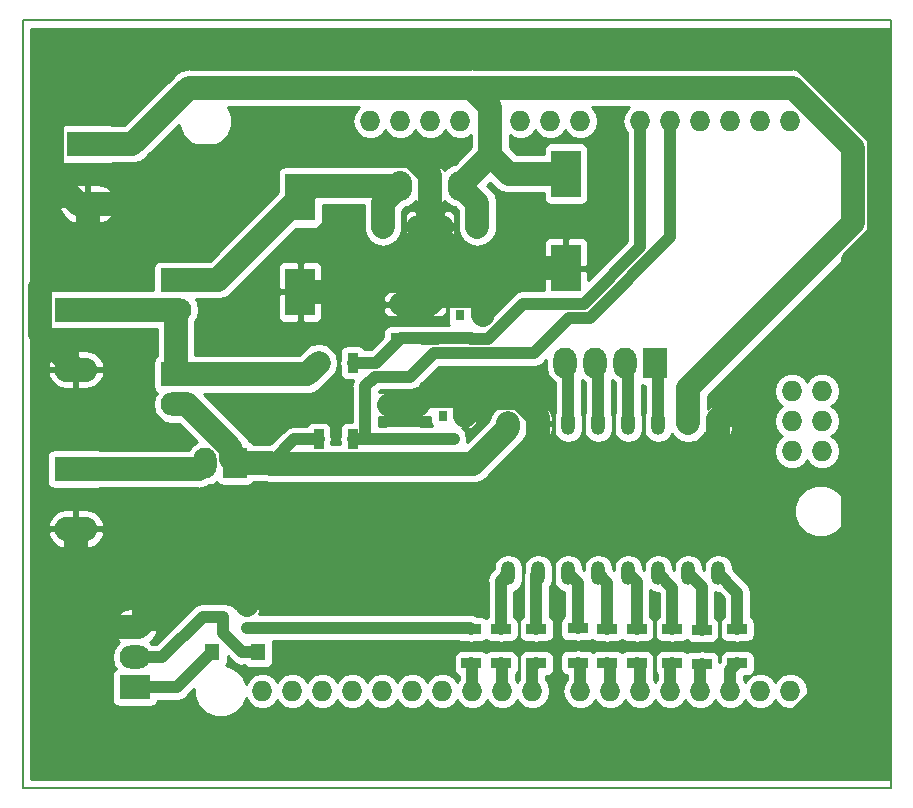
<source format=gbr>
G04 #@! TF.GenerationSoftware,KiCad,Pcbnew,5.0.2-bee76a0~70~ubuntu18.04.1*
G04 #@! TF.CreationDate,2020-07-22T11:28:10+02:00*
G04 #@! TF.ProjectId,stator_controller,73746174-6f72-45f6-936f-6e74726f6c6c,rev?*
G04 #@! TF.SameCoordinates,PX55d4a80PY6dac2c0*
G04 #@! TF.FileFunction,Copper,L1,Top*
G04 #@! TF.FilePolarity,Positive*
%FSLAX46Y46*%
G04 Gerber Fmt 4.6, Leading zero omitted, Abs format (unit mm)*
G04 Created by KiCad (PCBNEW 5.0.2-bee76a0~70~ubuntu18.04.1) date ons 22 jul 2020 11:28:10*
%MOMM*%
%LPD*%
G01*
G04 APERTURE LIST*
G04 #@! TA.AperFunction,NonConductor*
%ADD10C,0.150000*%
G04 #@! TD*
G04 #@! TA.AperFunction,SMDPad,CuDef*
%ADD11R,1.600000X1.000000*%
G04 #@! TD*
G04 #@! TA.AperFunction,SMDPad,CuDef*
%ADD12R,2.500000X4.000000*%
G04 #@! TD*
G04 #@! TA.AperFunction,SMDPad,CuDef*
%ADD13R,1.000000X1.600000*%
G04 #@! TD*
G04 #@! TA.AperFunction,SMDPad,CuDef*
%ADD14R,0.800000X0.900000*%
G04 #@! TD*
G04 #@! TA.AperFunction,ComponentPad*
%ADD15O,2.000000X2.600000*%
G04 #@! TD*
G04 #@! TA.AperFunction,ComponentPad*
%ADD16R,2.000000X2.600000*%
G04 #@! TD*
G04 #@! TA.AperFunction,ComponentPad*
%ADD17O,2.600000X2.000000*%
G04 #@! TD*
G04 #@! TA.AperFunction,ComponentPad*
%ADD18R,2.600000X2.000000*%
G04 #@! TD*
G04 #@! TA.AperFunction,SMDPad,CuDef*
%ADD19R,0.900000X0.800000*%
G04 #@! TD*
G04 #@! TA.AperFunction,SMDPad,CuDef*
%ADD20R,0.900000X1.700000*%
G04 #@! TD*
G04 #@! TA.AperFunction,SMDPad,CuDef*
%ADD21R,1.700000X0.900000*%
G04 #@! TD*
G04 #@! TA.AperFunction,ComponentPad*
%ADD22O,1.200000X2.000000*%
G04 #@! TD*
G04 #@! TA.AperFunction,ComponentPad*
%ADD23O,2.032000X2.540000*%
G04 #@! TD*
G04 #@! TA.AperFunction,ComponentPad*
%ADD24O,1.727200X1.727200*%
G04 #@! TD*
G04 #@! TA.AperFunction,ComponentPad*
%ADD25R,3.600000X2.080000*%
G04 #@! TD*
G04 #@! TA.AperFunction,ComponentPad*
%ADD26O,3.600000X2.080000*%
G04 #@! TD*
G04 #@! TA.AperFunction,SMDPad,CuDef*
%ADD27R,1.270000X1.470000*%
G04 #@! TD*
G04 #@! TA.AperFunction,Conductor*
%ADD28C,2.000000*%
G04 #@! TD*
G04 #@! TA.AperFunction,Conductor*
%ADD29C,1.000000*%
G04 #@! TD*
G04 #@! TA.AperFunction,Conductor*
%ADD30C,0.254000*%
G04 #@! TD*
G04 APERTURE END LIST*
D10*
X73500000Y65000000D02*
X0Y65000000D01*
X73500000Y0D02*
X73500000Y65000000D01*
X0Y0D02*
X73500000Y0D01*
X0Y65000000D02*
X0Y0D01*
D11*
G04 #@! TO.P,C1,2*
G04 #@! TO.N,GND*
X34500000Y41000000D03*
G04 #@! TO.P,C1,1*
G04 #@! TO.N,/V_MEAS*
X34500000Y38000000D03*
G04 #@! TD*
D12*
G04 #@! TO.P,C2,1*
G04 #@! TO.N,Net-(C2-Pad1)*
X23500000Y50000000D03*
G04 #@! TO.P,C2,2*
G04 #@! TO.N,GND*
X23500000Y42000000D03*
G04 #@! TD*
D13*
G04 #@! TO.P,C3,2*
G04 #@! TO.N,GND*
X33500000Y47500000D03*
G04 #@! TO.P,C3,1*
G04 #@! TO.N,Net-(C2-Pad1)*
X30500000Y47500000D03*
G04 #@! TD*
G04 #@! TO.P,C4,1*
G04 #@! TO.N,+5V*
X38500000Y47500000D03*
G04 #@! TO.P,C4,2*
G04 #@! TO.N,GND*
X35500000Y47500000D03*
G04 #@! TD*
D12*
G04 #@! TO.P,C5,2*
G04 #@! TO.N,GND*
X46000000Y44000000D03*
G04 #@! TO.P,C5,1*
G04 #@! TO.N,+5V*
X46000000Y52000000D03*
G04 #@! TD*
D14*
G04 #@! TO.P,D1,1*
G04 #@! TO.N,/V_MEAS*
X38000000Y38000000D03*
G04 #@! TO.P,D1,*
G04 #@! TO.N,*
X37050000Y40000000D03*
G04 #@! TO.P,D1,2*
G04 #@! TO.N,GND*
X38950000Y40000000D03*
G04 #@! TD*
D15*
G04 #@! TO.P,J4,4*
G04 #@! TO.N,Net-(J4-Pad4)*
X45960000Y36000000D03*
G04 #@! TO.P,J4,3*
G04 #@! TO.N,Net-(J4-Pad3)*
X48500000Y36000000D03*
G04 #@! TO.P,J4,2*
G04 #@! TO.N,Net-(J4-Pad2)*
X51040000Y36000000D03*
D16*
G04 #@! TO.P,J4,1*
G04 #@! TO.N,Net-(J4-Pad1)*
X53580000Y36000000D03*
G04 #@! TD*
D17*
G04 #@! TO.P,J5,2*
G04 #@! TO.N,Net-(J2-Pad1)*
X13000000Y40460000D03*
D18*
G04 #@! TO.P,J5,1*
G04 #@! TO.N,Net-(C2-Pad1)*
X13000000Y43000000D03*
G04 #@! TD*
D19*
G04 #@! TO.P,Q1,3*
G04 #@! TO.N,Net-(D3-Pad2)*
X17000000Y14500000D03*
G04 #@! TO.P,Q1,2*
G04 #@! TO.N,GND*
X19000000Y15450000D03*
G04 #@! TO.P,Q1,1*
G04 #@! TO.N,Net-(Q1-Pad1)*
X19000000Y13550000D03*
G04 #@! TD*
D20*
G04 #@! TO.P,R1,1*
G04 #@! TO.N,Net-(J2-Pad1)*
X25050000Y36000000D03*
G04 #@! TO.P,R1,2*
G04 #@! TO.N,/V_MEAS*
X27950000Y36000000D03*
G04 #@! TD*
D21*
G04 #@! TO.P,R2,2*
G04 #@! TO.N,GND*
X32000000Y40950000D03*
G04 #@! TO.P,R2,1*
G04 #@! TO.N,/V_MEAS*
X32000000Y38050000D03*
G04 #@! TD*
G04 #@! TO.P,R3,2*
G04 #@! TO.N,Net-(Q1-Pad1)*
X38000000Y13450000D03*
G04 #@! TO.P,R3,1*
G04 #@! TO.N,Net-(A1-Pad25)*
X38000000Y10550000D03*
G04 #@! TD*
G04 #@! TO.P,R4,2*
G04 #@! TO.N,Net-(R4-Pad2)*
X60500000Y13450000D03*
G04 #@! TO.P,R4,1*
G04 #@! TO.N,Net-(A1-Pad17)*
X60500000Y10550000D03*
G04 #@! TD*
G04 #@! TO.P,R5,1*
G04 #@! TO.N,Net-(A1-Pad20)*
X52000000Y10550000D03*
G04 #@! TO.P,R5,2*
G04 #@! TO.N,Net-(R5-Pad2)*
X52000000Y13450000D03*
G04 #@! TD*
G04 #@! TO.P,R6,2*
G04 #@! TO.N,Net-(R6-Pad2)*
X43500000Y13450000D03*
G04 #@! TO.P,R6,1*
G04 #@! TO.N,Net-(A1-Pad23)*
X43500000Y10550000D03*
G04 #@! TD*
G04 #@! TO.P,R7,1*
G04 #@! TO.N,Net-(A1-Pad18)*
X57500000Y10500000D03*
G04 #@! TO.P,R7,2*
G04 #@! TO.N,Net-(R7-Pad2)*
X57500000Y13400000D03*
G04 #@! TD*
G04 #@! TO.P,R8,2*
G04 #@! TO.N,Net-(R8-Pad2)*
X49500000Y13450000D03*
G04 #@! TO.P,R8,1*
G04 #@! TO.N,Net-(A1-Pad21)*
X49500000Y10550000D03*
G04 #@! TD*
G04 #@! TO.P,R9,1*
G04 #@! TO.N,Net-(A1-Pad24)*
X40500000Y10550000D03*
G04 #@! TO.P,R9,2*
G04 #@! TO.N,Net-(R9-Pad2)*
X40500000Y13450000D03*
G04 #@! TD*
G04 #@! TO.P,R10,2*
G04 #@! TO.N,Net-(R10-Pad2)*
X55000000Y13450000D03*
G04 #@! TO.P,R10,1*
G04 #@! TO.N,Net-(A1-Pad19)*
X55000000Y10550000D03*
G04 #@! TD*
G04 #@! TO.P,R11,1*
G04 #@! TO.N,Net-(A1-Pad22)*
X47000000Y10600000D03*
G04 #@! TO.P,R11,2*
G04 #@! TO.N,Net-(R11-Pad2)*
X47000000Y13500000D03*
G04 #@! TD*
D22*
G04 #@! TO.P,U1,16*
G04 #@! TO.N,Net-(R4-Pad2)*
X58890000Y18150000D03*
G04 #@! TO.P,U1,1*
G04 #@! TO.N,GND*
X58890000Y30850000D03*
G04 #@! TO.P,U1,15*
G04 #@! TO.N,Net-(R7-Pad2)*
X56350000Y18150000D03*
G04 #@! TO.P,U1,2*
G04 #@! TO.N,+5V*
X56350000Y30850000D03*
G04 #@! TO.P,U1,14*
G04 #@! TO.N,Net-(R10-Pad2)*
X53810000Y18150000D03*
G04 #@! TO.P,U1,3*
G04 #@! TO.N,Net-(J4-Pad1)*
X53810000Y30850000D03*
G04 #@! TO.P,U1,13*
G04 #@! TO.N,Net-(R5-Pad2)*
X51270000Y18150000D03*
G04 #@! TO.P,U1,4*
G04 #@! TO.N,Net-(J4-Pad2)*
X51270000Y30850000D03*
G04 #@! TO.P,U1,12*
G04 #@! TO.N,Net-(R8-Pad2)*
X48730000Y18150000D03*
G04 #@! TO.P,U1,5*
G04 #@! TO.N,Net-(J4-Pad3)*
X48730000Y30850000D03*
G04 #@! TO.P,U1,11*
G04 #@! TO.N,Net-(R11-Pad2)*
X46190000Y18150000D03*
G04 #@! TO.P,U1,6*
G04 #@! TO.N,Net-(J4-Pad4)*
X46190000Y30850000D03*
G04 #@! TO.P,U1,10*
G04 #@! TO.N,Net-(R6-Pad2)*
X43650000Y18150000D03*
G04 #@! TO.P,U1,7*
G04 #@! TO.N,GND*
X43650000Y30850000D03*
G04 #@! TO.P,U1,9*
G04 #@! TO.N,Net-(R9-Pad2)*
X41110000Y18150000D03*
G04 #@! TO.P,U1,8*
G04 #@! TO.N,Net-(J8-Pad2)*
X41110000Y30850000D03*
G04 #@! TD*
D23*
G04 #@! TO.P,U2,1*
G04 #@! TO.N,Net-(C2-Pad1)*
X31960000Y51000000D03*
G04 #@! TO.P,U2,3*
G04 #@! TO.N,+5V*
X37040000Y51000000D03*
G04 #@! TO.P,U2,2*
G04 #@! TO.N,GND*
X34500000Y51000000D03*
G04 #@! TD*
D24*
G04 #@! TO.P,A1,RST2*
G04 #@! TO.N,N/C*
X65127000Y33600000D03*
G04 #@! TO.P,A1,GND4*
X67667000Y33600000D03*
G04 #@! TO.P,A1,MOSI*
X67667000Y31060000D03*
G04 #@! TO.P,A1,SCK*
X65127000Y31060000D03*
G04 #@! TO.P,A1,5V2*
X67667000Y28520000D03*
G04 #@! TO.P,A1,9*
G04 #@! TO.N,/V_MEAS*
X52300000Y56460000D03*
G04 #@! TO.P,A1,8*
G04 #@! TO.N,Net-(A1-Pad8)*
X47220000Y56460000D03*
G04 #@! TO.P,A1,7*
G04 #@! TO.N,Net-(A1-Pad7)*
X44680000Y56460000D03*
G04 #@! TO.P,A1,6*
G04 #@! TO.N,Net-(A1-Pad6)*
X42140000Y56460000D03*
G04 #@! TO.P,A1,5*
G04 #@! TO.N,+5V*
X39600000Y56460000D03*
G04 #@! TO.P,A1,4*
G04 #@! TO.N,Net-(A1-Pad4)*
X37060000Y56460000D03*
G04 #@! TO.P,A1,3*
G04 #@! TO.N,Net-(A1-Pad3)*
X34520000Y56460000D03*
G04 #@! TO.P,A1,2*
G04 #@! TO.N,Net-(A1-Pad2)*
X31980000Y56460000D03*
G04 #@! TO.P,A1,15*
G04 #@! TO.N,Net-(A1-Pad15)*
X65000000Y8200000D03*
G04 #@! TO.P,A1,16*
G04 #@! TO.N,Net-(A1-Pad16)*
X62460000Y8200000D03*
G04 #@! TO.P,A1,17*
G04 #@! TO.N,Net-(A1-Pad17)*
X59920000Y8200000D03*
G04 #@! TO.P,A1,18*
G04 #@! TO.N,Net-(A1-Pad18)*
X57380000Y8200000D03*
G04 #@! TO.P,A1,19*
G04 #@! TO.N,Net-(A1-Pad19)*
X54840000Y8200000D03*
G04 #@! TO.P,A1,20*
G04 #@! TO.N,Net-(A1-Pad20)*
X52300000Y8200000D03*
G04 #@! TO.P,A1,21*
G04 #@! TO.N,Net-(A1-Pad21)*
X49760000Y8200000D03*
G04 #@! TO.P,A1,22*
G04 #@! TO.N,Net-(A1-Pad22)*
X47220000Y8200000D03*
G04 #@! TO.P,A1,29*
G04 #@! TO.N,Net-(A1-Pad29)*
X27916000Y8200000D03*
G04 #@! TO.P,A1,23*
G04 #@! TO.N,Net-(A1-Pad23)*
X43156000Y8200000D03*
G04 #@! TO.P,A1,24*
G04 #@! TO.N,Net-(A1-Pad24)*
X40616000Y8200000D03*
G04 #@! TO.P,A1,25*
G04 #@! TO.N,Net-(A1-Pad25)*
X38076000Y8200000D03*
G04 #@! TO.P,A1,32*
G04 #@! TO.N,N/C*
X20296000Y8200000D03*
G04 #@! TO.P,A1,31*
X22836000Y8200000D03*
G04 #@! TO.P,A1,30*
G04 #@! TO.N,Net-(A1-Pad30)*
X25376000Y8200000D03*
G04 #@! TO.P,A1,28*
G04 #@! TO.N,Net-(A1-Pad28)*
X30456000Y8200000D03*
G04 #@! TO.P,A1,27*
G04 #@! TO.N,Net-(A1-Pad27)*
X32996000Y8200000D03*
G04 #@! TO.P,A1,26*
G04 #@! TO.N,Net-(A1-Pad26)*
X35536000Y8200000D03*
G04 #@! TO.P,A1,1*
G04 #@! TO.N,Net-(A1-Pad1)*
X29440000Y56460000D03*
G04 #@! TO.P,A1,10*
G04 #@! TO.N,/V_MOTOR*
X54840000Y56460000D03*
G04 #@! TO.P,A1,11*
G04 #@! TO.N,Net-(A1-Pad11)*
X57380000Y56460000D03*
G04 #@! TO.P,A1,12*
G04 #@! TO.N,Net-(A1-Pad12)*
X59920000Y56460000D03*
G04 #@! TO.P,A1,13*
G04 #@! TO.N,Net-(A1-Pad13)*
X62460000Y56460000D03*
G04 #@! TO.P,A1,14*
G04 #@! TO.N,Net-(A1-Pad14)*
X65000000Y56460000D03*
G04 #@! TO.P,A1,MISO*
G04 #@! TO.N,N/C*
X65127000Y28520000D03*
G04 #@! TD*
D25*
G04 #@! TO.P,J2,1*
G04 #@! TO.N,Net-(J2-Pad1)*
X4500000Y40500000D03*
D26*
G04 #@! TO.P,J2,2*
G04 #@! TO.N,GND*
X4500000Y35420000D03*
G04 #@! TD*
D25*
G04 #@! TO.P,J3,1*
G04 #@! TO.N,+5V*
X5500000Y54500000D03*
D26*
G04 #@! TO.P,J3,2*
G04 #@! TO.N,GND*
X5500000Y49420000D03*
G04 #@! TD*
G04 #@! TO.P,J7,2*
G04 #@! TO.N,GND*
X4500000Y21920000D03*
D25*
G04 #@! TO.P,J7,1*
G04 #@! TO.N,Net-(J7-Pad1)*
X4500000Y27000000D03*
G04 #@! TD*
D17*
G04 #@! TO.P,J8,2*
G04 #@! TO.N,Net-(J8-Pad2)*
X13000000Y32460000D03*
D18*
G04 #@! TO.P,J8,1*
G04 #@! TO.N,Net-(J2-Pad1)*
X13000000Y35000000D03*
G04 #@! TD*
D16*
G04 #@! TO.P,J9,1*
G04 #@! TO.N,Net-(J8-Pad2)*
X18000000Y27500000D03*
D15*
G04 #@! TO.P,J9,2*
G04 #@! TO.N,Net-(J7-Pad1)*
X15460000Y27500000D03*
G04 #@! TD*
D11*
G04 #@! TO.P,C6,2*
G04 #@! TO.N,GND*
X33500000Y32500000D03*
G04 #@! TO.P,C6,1*
G04 #@! TO.N,/V_MOTOR*
X33500000Y29500000D03*
G04 #@! TD*
D14*
G04 #@! TO.P,D2,1*
G04 #@! TO.N,/V_MOTOR*
X36500000Y29500000D03*
G04 #@! TO.P,D2,*
G04 #@! TO.N,*
X35550000Y31500000D03*
G04 #@! TO.P,D2,2*
G04 #@! TO.N,GND*
X37450000Y31500000D03*
G04 #@! TD*
D20*
G04 #@! TO.P,R12,1*
G04 #@! TO.N,Net-(J8-Pad2)*
X25050000Y29500000D03*
G04 #@! TO.P,R12,2*
G04 #@! TO.N,/V_MOTOR*
X27950000Y29500000D03*
G04 #@! TD*
D21*
G04 #@! TO.P,R13,2*
G04 #@! TO.N,GND*
X31000000Y32450000D03*
G04 #@! TO.P,R13,1*
G04 #@! TO.N,/V_MOTOR*
X31000000Y29550000D03*
G04 #@! TD*
D27*
G04 #@! TO.P,D3,2*
G04 #@! TO.N,Net-(D3-Pad2)*
X19935000Y11500000D03*
G04 #@! TO.P,D3,1*
G04 #@! TO.N,Net-(D3-Pad1)*
X16065000Y11500000D03*
G04 #@! TD*
D17*
G04 #@! TO.P,J1,3*
G04 #@! TO.N,GND*
X9500000Y13580000D03*
G04 #@! TO.P,J1,2*
G04 #@! TO.N,Net-(D3-Pad2)*
X9500000Y11040000D03*
D18*
G04 #@! TO.P,J1,1*
G04 #@! TO.N,Net-(D3-Pad1)*
X9500000Y8500000D03*
G04 #@! TD*
D28*
G04 #@! TO.N,GND*
X34500000Y51000000D02*
X34500000Y47500000D01*
X33500000Y47500000D02*
X34500000Y47500000D01*
X34500000Y47500000D02*
X35500000Y47500000D01*
X5500000Y46380000D02*
X5500000Y49420000D01*
X1499999Y42379999D02*
X5500000Y46380000D01*
X1499999Y38420001D02*
X1499999Y42379999D01*
X4500000Y35420000D02*
X1499999Y38420001D01*
X29000000Y42000000D02*
X34500000Y47500000D01*
X23500000Y42000000D02*
X29000000Y42000000D01*
X38000000Y44000000D02*
X46000000Y44000000D01*
X34500000Y47500000D02*
X38000000Y44000000D01*
X43650000Y27850000D02*
X44500000Y27000000D01*
X43650000Y30850000D02*
X43650000Y27850000D01*
X58890000Y27850000D02*
X58890000Y30850000D01*
X58040000Y27000000D02*
X58890000Y27850000D01*
X44500000Y27000000D02*
X58040000Y27000000D01*
X58890000Y31250000D02*
X58890000Y30850000D01*
X70340001Y42700001D02*
X58890000Y31250000D01*
X34450000Y40950000D02*
X34500000Y41000000D01*
X32000000Y40950000D02*
X34450000Y40950000D01*
X38410001Y41650001D02*
X38950000Y41110002D01*
X35150001Y41650001D02*
X38410001Y41650001D01*
X38950000Y41110002D02*
X38950000Y40000000D01*
X34500000Y41000000D02*
X35150001Y41650001D01*
X33450000Y32450000D02*
X33500000Y32500000D01*
X31000000Y32450000D02*
X33450000Y32450000D01*
X36910001Y33150001D02*
X37450000Y32610002D01*
X34150001Y33150001D02*
X36910001Y33150001D01*
X37450000Y32610002D02*
X37450000Y31500000D01*
X33500000Y32500000D02*
X34150001Y33150001D01*
X70340001Y10485871D02*
X62854130Y3000000D01*
X70340001Y42700001D02*
X70340001Y10485871D01*
X10539998Y3000000D02*
X3539998Y10000000D01*
X62854130Y3000000D02*
X10539998Y3000000D01*
X6200000Y13580000D02*
X9500000Y13580000D01*
X3539998Y10919998D02*
X6200000Y13580000D01*
X3539998Y10000000D02*
X3539998Y10919998D01*
X9800000Y13580000D02*
X13370000Y17150000D01*
X9500000Y13580000D02*
X9800000Y13580000D01*
X19000000Y16650000D02*
X19500000Y17150000D01*
X19000000Y15450000D02*
X19000000Y16650000D01*
X13370000Y17150000D02*
X19500000Y17150000D01*
X4500000Y10960002D02*
X4500000Y21920000D01*
X3539998Y10000000D02*
X4500000Y10960002D01*
X43650000Y31421283D02*
X43650000Y30850000D01*
X37450000Y31550000D02*
X38950010Y33050010D01*
X42021273Y33050010D02*
X43650000Y31421283D01*
X38950010Y33050010D02*
X42021273Y33050010D01*
X37450000Y31500000D02*
X37450000Y31550000D01*
X9300000Y49420000D02*
X5500000Y49420000D01*
X13350010Y53470010D02*
X9300000Y49420000D01*
X32877901Y53470010D02*
X13350010Y53470010D01*
X34500000Y51847911D02*
X32877901Y53470010D01*
X34500000Y51000000D02*
X34500000Y51847911D01*
X4740000Y49420000D02*
X5500000Y49420000D01*
X2499999Y51660001D02*
X4740000Y49420000D01*
X70340001Y42700001D02*
X70340001Y44728719D01*
X70340001Y44728719D02*
X72540011Y46928728D01*
X2499999Y56500001D02*
X2499999Y51660001D01*
X72540011Y46928728D02*
X72540011Y55085402D01*
X7999998Y62000000D02*
X2499999Y56500001D01*
X72540011Y55085402D02*
X65625413Y62000000D01*
X65625413Y62000000D02*
X7999998Y62000000D01*
X38950000Y43050000D02*
X38000000Y44000000D01*
X38950000Y41110002D02*
X38950000Y43050000D01*
D29*
G04 #@! TO.N,/V_MEAS*
X37950000Y38050000D02*
X38000000Y38000000D01*
X32000000Y38050000D02*
X37950000Y38050000D01*
X31950000Y38000000D02*
X32000000Y38050000D01*
X29950000Y36000000D02*
X32000000Y38050000D01*
X27950000Y36000000D02*
X29950000Y36000000D01*
X39400000Y38000000D02*
X42400000Y41000000D01*
X38000000Y38000000D02*
X39400000Y38000000D01*
X52300000Y55238686D02*
X52300000Y56460000D01*
X52300000Y45789998D02*
X52300000Y55238686D01*
X47510002Y41000000D02*
X52300000Y45789998D01*
X42400000Y41000000D02*
X47510002Y41000000D01*
D28*
G04 #@! TO.N,Net-(C2-Pad1)*
X30500000Y49540000D02*
X30500000Y47500000D01*
X31960000Y51000000D02*
X30500000Y49540000D01*
X24500000Y51000000D02*
X23500000Y50000000D01*
X31960000Y51000000D02*
X24500000Y51000000D01*
X16500000Y43000000D02*
X23500000Y50000000D01*
X13000000Y43000000D02*
X16500000Y43000000D01*
G04 #@! TO.N,+5V*
X39600000Y53560000D02*
X37040000Y51000000D01*
X39600000Y56460000D02*
X39600000Y53560000D01*
X41160000Y52000000D02*
X46000000Y52000000D01*
X39600000Y53560000D02*
X41160000Y52000000D01*
X38500000Y49540000D02*
X37040000Y51000000D01*
X38500000Y47500000D02*
X38500000Y49540000D01*
X38021313Y59260001D02*
X39600000Y57681314D01*
X14060001Y59260001D02*
X38021313Y59260001D01*
X39600000Y57681314D02*
X39600000Y56460000D01*
X9300000Y54500000D02*
X14060001Y59260001D01*
X5500000Y54500000D02*
X9300000Y54500000D01*
X65254129Y59260001D02*
X38021313Y59260001D01*
X70340001Y54174129D02*
X65254129Y59260001D01*
X70340001Y47840001D02*
X70340001Y54174129D01*
X56350000Y33850000D02*
X70340001Y47840001D01*
X56350000Y30850000D02*
X56350000Y33850000D01*
G04 #@! TO.N,Net-(J2-Pad1)*
X12960000Y40500000D02*
X13000000Y40460000D01*
X4500000Y40500000D02*
X12960000Y40500000D01*
X13000000Y40460000D02*
X13000000Y35000000D01*
X24050000Y35000000D02*
X25050000Y36000000D01*
X13000000Y35000000D02*
X24050000Y35000000D01*
D29*
G04 #@! TO.N,Net-(J4-Pad4)*
X46190000Y35770000D02*
X45960000Y36000000D01*
X46190000Y30850000D02*
X46190000Y35770000D01*
G04 #@! TO.N,Net-(J4-Pad3)*
X48730000Y35770000D02*
X48500000Y36000000D01*
X48730000Y30850000D02*
X48730000Y35770000D01*
G04 #@! TO.N,Net-(J4-Pad2)*
X51270000Y35770000D02*
X51040000Y36000000D01*
X51270000Y30850000D02*
X51270000Y35770000D01*
G04 #@! TO.N,Net-(J4-Pad1)*
X53810000Y35770000D02*
X53580000Y36000000D01*
X53810000Y30850000D02*
X53810000Y35770000D01*
G04 #@! TO.N,Net-(Q1-Pad1)*
X37900000Y13550000D02*
X38000000Y13450000D01*
X19000000Y13550000D02*
X37900000Y13550000D01*
G04 #@! TO.N,Net-(A1-Pad25)*
X38076000Y10474000D02*
X38000000Y10550000D01*
X38076000Y8200000D02*
X38076000Y10474000D01*
G04 #@! TO.N,Net-(R4-Pad2)*
X60500000Y16540000D02*
X58890000Y18150000D01*
X60500000Y13450000D02*
X60500000Y16540000D01*
G04 #@! TO.N,Net-(A1-Pad17)*
X59920000Y9970000D02*
X60500000Y10550000D01*
X59920000Y8200000D02*
X59920000Y9970000D01*
G04 #@! TO.N,Net-(A1-Pad20)*
X52300000Y10250000D02*
X52000000Y10550000D01*
X52300000Y8200000D02*
X52300000Y10250000D01*
G04 #@! TO.N,Net-(R5-Pad2)*
X52000000Y17420000D02*
X51270000Y18150000D01*
X52000000Y13450000D02*
X52000000Y17420000D01*
G04 #@! TO.N,Net-(R6-Pad2)*
X43500000Y18000000D02*
X43650000Y18150000D01*
X43500000Y13450000D02*
X43500000Y18000000D01*
G04 #@! TO.N,Net-(A1-Pad23)*
X43156000Y10206000D02*
X43500000Y10550000D01*
X43156000Y8200000D02*
X43156000Y10206000D01*
G04 #@! TO.N,Net-(A1-Pad18)*
X57380000Y10380000D02*
X57500000Y10500000D01*
X57380000Y8200000D02*
X57380000Y10380000D01*
G04 #@! TO.N,Net-(R7-Pad2)*
X57500000Y17000000D02*
X56350000Y18150000D01*
X57500000Y13400000D02*
X57500000Y17000000D01*
G04 #@! TO.N,Net-(R8-Pad2)*
X49500000Y17380000D02*
X48730000Y18150000D01*
X49500000Y13450000D02*
X49500000Y17380000D01*
G04 #@! TO.N,Net-(A1-Pad21)*
X49760000Y10290000D02*
X49500000Y10550000D01*
X49760000Y8200000D02*
X49760000Y10290000D01*
G04 #@! TO.N,Net-(A1-Pad24)*
X40616000Y10434000D02*
X40500000Y10550000D01*
X40616000Y8200000D02*
X40616000Y10434000D01*
G04 #@! TO.N,Net-(R9-Pad2)*
X40500000Y17540000D02*
X41110000Y18150000D01*
X40500000Y13450000D02*
X40500000Y17540000D01*
G04 #@! TO.N,Net-(R10-Pad2)*
X55000000Y16960000D02*
X53810000Y18150000D01*
X55000000Y13450000D02*
X55000000Y16960000D01*
G04 #@! TO.N,Net-(A1-Pad19)*
X54840000Y10390000D02*
X55000000Y10550000D01*
X54840000Y8200000D02*
X54840000Y10390000D01*
G04 #@! TO.N,Net-(A1-Pad22)*
X47220000Y10380000D02*
X47000000Y10600000D01*
X47220000Y8200000D02*
X47220000Y10380000D01*
G04 #@! TO.N,Net-(R11-Pad2)*
X47000000Y17340000D02*
X46190000Y18150000D01*
X47000000Y13500000D02*
X47000000Y17340000D01*
D28*
G04 #@! TO.N,Net-(J7-Pad1)*
X14960000Y27000000D02*
X15460000Y27500000D01*
X4500000Y27000000D02*
X14960000Y27000000D01*
G04 #@! TO.N,Net-(J8-Pad2)*
X17660010Y27839990D02*
X18000000Y27500000D01*
X17660010Y28711273D02*
X17660010Y27839990D01*
X13911283Y32460000D02*
X17660010Y28711273D01*
X13000000Y32460000D02*
X13911283Y32460000D01*
X41110000Y30450000D02*
X41110000Y30850000D01*
X38109999Y27449999D02*
X41110000Y30450000D01*
X21050001Y27449999D02*
X38109999Y27449999D01*
X21000000Y27500000D02*
X21050001Y27449999D01*
X18000000Y27500000D02*
X21000000Y27500000D01*
D29*
X23000000Y29500000D02*
X25050000Y29500000D01*
X21000000Y27500000D02*
X23000000Y29500000D01*
G04 #@! TO.N,/V_MOTOR*
X33450000Y29550000D02*
X33500000Y29500000D01*
X31000000Y29550000D02*
X33450000Y29550000D01*
X33500000Y29500000D02*
X36500000Y29500000D01*
X30950000Y29500000D02*
X31000000Y29550000D01*
X54840000Y55238686D02*
X54840000Y56460000D01*
X54840000Y46632928D02*
X54840000Y55238686D01*
X46299990Y39799990D02*
X48007063Y39799991D01*
X48007063Y39799991D02*
X54840000Y46632928D01*
X43299990Y36799990D02*
X46299990Y39799990D01*
X34799990Y36799990D02*
X43299990Y36799990D01*
X29799990Y34799990D02*
X32799990Y34799990D01*
X29000000Y34000000D02*
X29799990Y34799990D01*
X29000000Y29500000D02*
X29000000Y34000000D01*
X32799990Y34799990D02*
X34799990Y36799990D01*
X27950000Y29500000D02*
X29000000Y29500000D01*
X29000000Y29500000D02*
X30950000Y29500000D01*
G04 #@! TO.N,Net-(D3-Pad2)*
X15550000Y14500000D02*
X17000000Y14500000D01*
X15260000Y14500000D02*
X15550000Y14500000D01*
X11800000Y11040000D02*
X15260000Y14500000D01*
X9500000Y11040000D02*
X11800000Y11040000D01*
X18600000Y11500000D02*
X19935000Y11500000D01*
X17000000Y13100000D02*
X18600000Y11500000D01*
X17000000Y14500000D02*
X17000000Y13100000D01*
G04 #@! TO.N,Net-(D3-Pad1)*
X13065000Y8500000D02*
X16065000Y11500000D01*
X9500000Y8500000D02*
X13065000Y8500000D01*
G04 #@! TD*
D30*
G04 #@! TO.N,GND*
G36*
X73373000Y710000D02*
X710000Y710000D01*
X710000Y11040000D01*
X7532969Y11040000D01*
X7659864Y10402055D01*
X7890489Y10056900D01*
X7742191Y9957809D01*
X7601843Y9747765D01*
X7552560Y9500000D01*
X7552560Y7500000D01*
X7601843Y7252235D01*
X7742191Y7042191D01*
X7952235Y6901843D01*
X8200000Y6852560D01*
X10800000Y6852560D01*
X11047765Y6901843D01*
X11257809Y7042191D01*
X11398157Y7252235D01*
X11420587Y7365000D01*
X12953217Y7365000D01*
X13065000Y7342765D01*
X13176783Y7365000D01*
X13507855Y7430854D01*
X13883289Y7681711D01*
X13946613Y7776482D01*
X14505000Y8334869D01*
X14505000Y7755431D01*
X14845259Y6933974D01*
X15473974Y6305259D01*
X16295431Y5965000D01*
X17184569Y5965000D01*
X18006026Y6305259D01*
X18634741Y6933974D01*
X18904472Y7585161D01*
X19215570Y7119570D01*
X19711275Y6788350D01*
X20148402Y6701400D01*
X20443598Y6701400D01*
X20880725Y6788350D01*
X21376430Y7119570D01*
X21566000Y7403281D01*
X21755570Y7119570D01*
X22251275Y6788350D01*
X22688402Y6701400D01*
X22983598Y6701400D01*
X23420725Y6788350D01*
X23916430Y7119570D01*
X24106000Y7403281D01*
X24295570Y7119570D01*
X24791275Y6788350D01*
X25228402Y6701400D01*
X25523598Y6701400D01*
X25960725Y6788350D01*
X26456430Y7119570D01*
X26646000Y7403281D01*
X26835570Y7119570D01*
X27331275Y6788350D01*
X27768402Y6701400D01*
X28063598Y6701400D01*
X28500725Y6788350D01*
X28996430Y7119570D01*
X29186000Y7403281D01*
X29375570Y7119570D01*
X29871275Y6788350D01*
X30308402Y6701400D01*
X30603598Y6701400D01*
X31040725Y6788350D01*
X31536430Y7119570D01*
X31726000Y7403281D01*
X31915570Y7119570D01*
X32411275Y6788350D01*
X32848402Y6701400D01*
X33143598Y6701400D01*
X33580725Y6788350D01*
X34076430Y7119570D01*
X34266000Y7403281D01*
X34455570Y7119570D01*
X34951275Y6788350D01*
X35388402Y6701400D01*
X35683598Y6701400D01*
X36120725Y6788350D01*
X36616430Y7119570D01*
X36806000Y7403281D01*
X36995570Y7119570D01*
X37491275Y6788350D01*
X37928402Y6701400D01*
X38223598Y6701400D01*
X38660725Y6788350D01*
X39156430Y7119570D01*
X39346000Y7403281D01*
X39535570Y7119570D01*
X40031275Y6788350D01*
X40468402Y6701400D01*
X40763598Y6701400D01*
X41200725Y6788350D01*
X41696430Y7119570D01*
X41886000Y7403281D01*
X42075570Y7119570D01*
X42571275Y6788350D01*
X43008402Y6701400D01*
X43303598Y6701400D01*
X43740725Y6788350D01*
X44236430Y7119570D01*
X44567650Y7615275D01*
X44683959Y8200000D01*
X44567650Y8784725D01*
X44291000Y9198760D01*
X44291000Y9452560D01*
X44350000Y9452560D01*
X44597765Y9501843D01*
X44807809Y9642191D01*
X44948157Y9852235D01*
X44997440Y10100000D01*
X44997440Y11000000D01*
X44987495Y11050000D01*
X45502560Y11050000D01*
X45502560Y10150000D01*
X45551843Y9902235D01*
X45692191Y9692191D01*
X45902235Y9551843D01*
X46085001Y9515489D01*
X46085000Y9198761D01*
X45808350Y8784725D01*
X45692041Y8200000D01*
X45808350Y7615275D01*
X46139570Y7119570D01*
X46635275Y6788350D01*
X47072402Y6701400D01*
X47367598Y6701400D01*
X47804725Y6788350D01*
X48300430Y7119570D01*
X48490000Y7403281D01*
X48679570Y7119570D01*
X49175275Y6788350D01*
X49612402Y6701400D01*
X49907598Y6701400D01*
X50344725Y6788350D01*
X50840430Y7119570D01*
X51030000Y7403281D01*
X51219570Y7119570D01*
X51715275Y6788350D01*
X52152402Y6701400D01*
X52447598Y6701400D01*
X52884725Y6788350D01*
X53380430Y7119570D01*
X53570000Y7403281D01*
X53759570Y7119570D01*
X54255275Y6788350D01*
X54692402Y6701400D01*
X54987598Y6701400D01*
X55424725Y6788350D01*
X55920430Y7119570D01*
X56110000Y7403281D01*
X56299570Y7119570D01*
X56795275Y6788350D01*
X57232402Y6701400D01*
X57527598Y6701400D01*
X57964725Y6788350D01*
X58460430Y7119570D01*
X58650000Y7403281D01*
X58839570Y7119570D01*
X59335275Y6788350D01*
X59772402Y6701400D01*
X60067598Y6701400D01*
X60504725Y6788350D01*
X61000430Y7119570D01*
X61190000Y7403281D01*
X61379570Y7119570D01*
X61875275Y6788350D01*
X62312402Y6701400D01*
X62607598Y6701400D01*
X63044725Y6788350D01*
X63540430Y7119570D01*
X63730000Y7403281D01*
X63919570Y7119570D01*
X64415275Y6788350D01*
X64852402Y6701400D01*
X65147598Y6701400D01*
X65584725Y6788350D01*
X66080430Y7119570D01*
X66411650Y7615275D01*
X66527959Y8200000D01*
X66411650Y8784725D01*
X66080430Y9280430D01*
X65584725Y9611650D01*
X65147598Y9698600D01*
X64852402Y9698600D01*
X64415275Y9611650D01*
X63919570Y9280430D01*
X63730000Y8996719D01*
X63540430Y9280430D01*
X63044725Y9611650D01*
X62607598Y9698600D01*
X62312402Y9698600D01*
X61875275Y9611650D01*
X61379570Y9280430D01*
X61190000Y8996719D01*
X61055000Y9198760D01*
X61055000Y9452560D01*
X61350000Y9452560D01*
X61597765Y9501843D01*
X61807809Y9642191D01*
X61948157Y9852235D01*
X61997440Y10100000D01*
X61997440Y11000000D01*
X61948157Y11247765D01*
X61807809Y11457809D01*
X61597765Y11598157D01*
X61350000Y11647440D01*
X60800610Y11647440D01*
X60500000Y11707235D01*
X60199389Y11647440D01*
X59650000Y11647440D01*
X59402235Y11598157D01*
X59192191Y11457809D01*
X59051843Y11247765D01*
X59002560Y11000000D01*
X59002560Y10639898D01*
X58997440Y10632235D01*
X58997440Y10950000D01*
X58948157Y11197765D01*
X58807809Y11407809D01*
X58597765Y11548157D01*
X58350000Y11597440D01*
X57800610Y11597440D01*
X57500000Y11657235D01*
X57199390Y11597440D01*
X56650000Y11597440D01*
X56402235Y11548157D01*
X56287415Y11471436D01*
X56097765Y11598157D01*
X55850000Y11647440D01*
X55300610Y11647440D01*
X54999999Y11707235D01*
X54699389Y11647440D01*
X54150000Y11647440D01*
X53902235Y11598157D01*
X53692191Y11457809D01*
X53551843Y11247765D01*
X53502560Y11000000D01*
X53502560Y10100000D01*
X53551843Y9852235D01*
X53692191Y9642191D01*
X53705001Y9633632D01*
X53705000Y9198761D01*
X53570000Y8996719D01*
X53435000Y9198760D01*
X53435000Y9832544D01*
X53448157Y9852235D01*
X53497440Y10100000D01*
X53497440Y11000000D01*
X53448157Y11247765D01*
X53307809Y11457809D01*
X53097765Y11598157D01*
X52850000Y11647440D01*
X52300610Y11647440D01*
X52000000Y11707235D01*
X51699390Y11647440D01*
X51150000Y11647440D01*
X50902235Y11598157D01*
X50750000Y11496436D01*
X50597765Y11598157D01*
X50350000Y11647440D01*
X49800610Y11647440D01*
X49500000Y11707235D01*
X49199390Y11647440D01*
X48650000Y11647440D01*
X48402235Y11598157D01*
X48287415Y11521436D01*
X48097765Y11648157D01*
X47850000Y11697440D01*
X47300610Y11697440D01*
X47000000Y11757235D01*
X46699390Y11697440D01*
X46150000Y11697440D01*
X45902235Y11648157D01*
X45692191Y11507809D01*
X45551843Y11297765D01*
X45502560Y11050000D01*
X44987495Y11050000D01*
X44948157Y11247765D01*
X44807809Y11457809D01*
X44597765Y11598157D01*
X44350000Y11647440D01*
X43800607Y11647440D01*
X43499999Y11707235D01*
X43199393Y11647440D01*
X42650000Y11647440D01*
X42402235Y11598157D01*
X42192191Y11457809D01*
X42051843Y11247765D01*
X42002560Y11000000D01*
X42002560Y10225079D01*
X41998765Y10206000D01*
X42002560Y10186921D01*
X42002560Y10100000D01*
X42021001Y10007291D01*
X42021000Y9198761D01*
X41886000Y8996719D01*
X41751000Y9198760D01*
X41751000Y9604232D01*
X41807809Y9642191D01*
X41948157Y9852235D01*
X41997440Y10100000D01*
X41997440Y11000000D01*
X41948157Y11247765D01*
X41807809Y11457809D01*
X41597765Y11598157D01*
X41350000Y11647440D01*
X40800610Y11647440D01*
X40500000Y11707235D01*
X40199390Y11647440D01*
X39650000Y11647440D01*
X39402235Y11598157D01*
X39250000Y11496436D01*
X39097765Y11598157D01*
X38850000Y11647440D01*
X38300610Y11647440D01*
X38000000Y11707235D01*
X37699390Y11647440D01*
X37150000Y11647440D01*
X36902235Y11598157D01*
X36692191Y11457809D01*
X36551843Y11247765D01*
X36502560Y11000000D01*
X36502560Y10100000D01*
X36551843Y9852235D01*
X36692191Y9642191D01*
X36902235Y9501843D01*
X36941001Y9494132D01*
X36941000Y9198761D01*
X36806000Y8996719D01*
X36616430Y9280430D01*
X36120725Y9611650D01*
X35683598Y9698600D01*
X35388402Y9698600D01*
X34951275Y9611650D01*
X34455570Y9280430D01*
X34266000Y8996719D01*
X34076430Y9280430D01*
X33580725Y9611650D01*
X33143598Y9698600D01*
X32848402Y9698600D01*
X32411275Y9611650D01*
X31915570Y9280430D01*
X31726000Y8996719D01*
X31536430Y9280430D01*
X31040725Y9611650D01*
X30603598Y9698600D01*
X30308402Y9698600D01*
X29871275Y9611650D01*
X29375570Y9280430D01*
X29186000Y8996719D01*
X28996430Y9280430D01*
X28500725Y9611650D01*
X28063598Y9698600D01*
X27768402Y9698600D01*
X27331275Y9611650D01*
X26835570Y9280430D01*
X26646000Y8996719D01*
X26456430Y9280430D01*
X25960725Y9611650D01*
X25523598Y9698600D01*
X25228402Y9698600D01*
X24791275Y9611650D01*
X24295570Y9280430D01*
X24106000Y8996719D01*
X23916430Y9280430D01*
X23420725Y9611650D01*
X22983598Y9698600D01*
X22688402Y9698600D01*
X22251275Y9611650D01*
X21755570Y9280430D01*
X21566000Y8996719D01*
X21376430Y9280430D01*
X20880725Y9611650D01*
X20443598Y9698600D01*
X20148402Y9698600D01*
X19711275Y9611650D01*
X19215570Y9280430D01*
X18904472Y8814839D01*
X18634741Y9466026D01*
X18006026Y10094741D01*
X17230497Y10415976D01*
X17298157Y10517235D01*
X17347440Y10765000D01*
X17347440Y11147428D01*
X17718389Y10776479D01*
X17781711Y10681711D01*
X18092571Y10474001D01*
X18157145Y10430854D01*
X18600000Y10342765D01*
X18711783Y10365000D01*
X18803564Y10365000D01*
X18842191Y10307191D01*
X19052235Y10166843D01*
X19300000Y10117560D01*
X20570000Y10117560D01*
X20817765Y10166843D01*
X21027809Y10307191D01*
X21168157Y10517235D01*
X21217440Y10765000D01*
X21217440Y12235000D01*
X21181636Y12415000D01*
X36882544Y12415000D01*
X36902235Y12401843D01*
X37150000Y12352560D01*
X37699393Y12352560D01*
X37999999Y12292765D01*
X38300607Y12352560D01*
X38850000Y12352560D01*
X39097765Y12401843D01*
X39250000Y12503564D01*
X39402235Y12401843D01*
X39650000Y12352560D01*
X40199389Y12352560D01*
X40500000Y12292765D01*
X40800610Y12352560D01*
X41350000Y12352560D01*
X41597765Y12401843D01*
X41807809Y12542191D01*
X41948157Y12752235D01*
X41997440Y13000000D01*
X41997440Y13900000D01*
X41948157Y14147765D01*
X41807809Y14357809D01*
X41635000Y14473277D01*
X41635000Y16615473D01*
X42000385Y16859615D01*
X42273344Y17268127D01*
X42345000Y17628364D01*
X42345000Y17988764D01*
X42365001Y17888212D01*
X42365000Y14473277D01*
X42192191Y14357809D01*
X42051843Y14147765D01*
X42002560Y13900000D01*
X42002560Y13000000D01*
X42051843Y12752235D01*
X42192191Y12542191D01*
X42402235Y12401843D01*
X42650000Y12352560D01*
X43199389Y12352560D01*
X43500000Y12292765D01*
X43800610Y12352560D01*
X44350000Y12352560D01*
X44597765Y12401843D01*
X44807809Y12542191D01*
X44948157Y12752235D01*
X44997440Y13000000D01*
X44997440Y13900000D01*
X44948157Y14147765D01*
X44807809Y14357809D01*
X44635000Y14473277D01*
X44635000Y17001216D01*
X44813344Y17268127D01*
X44885000Y17628364D01*
X44885000Y18671635D01*
X44885000Y18671636D01*
X44955000Y18671636D01*
X44955000Y17628365D01*
X45026656Y17268128D01*
X45299615Y16859615D01*
X45708127Y16586656D01*
X45865001Y16555452D01*
X45865000Y14523277D01*
X45692191Y14407809D01*
X45551843Y14197765D01*
X45502560Y13950000D01*
X45502560Y13050000D01*
X45551843Y12802235D01*
X45692191Y12592191D01*
X45902235Y12451843D01*
X46150000Y12402560D01*
X46699389Y12402560D01*
X47000000Y12342765D01*
X47300610Y12402560D01*
X47850000Y12402560D01*
X48097765Y12451843D01*
X48212585Y12528564D01*
X48402235Y12401843D01*
X48650000Y12352560D01*
X49199389Y12352560D01*
X49500000Y12292765D01*
X49800610Y12352560D01*
X50350000Y12352560D01*
X50597765Y12401843D01*
X50750000Y12503564D01*
X50902235Y12401843D01*
X51150000Y12352560D01*
X51699389Y12352560D01*
X52000000Y12292765D01*
X52300610Y12352560D01*
X52850000Y12352560D01*
X53097765Y12401843D01*
X53307809Y12542191D01*
X53448157Y12752235D01*
X53497440Y13000000D01*
X53497440Y13900000D01*
X53448157Y14147765D01*
X53307809Y14357809D01*
X53135000Y14473277D01*
X53135000Y16715699D01*
X53328127Y16586656D01*
X53810000Y16490805D01*
X53855094Y16499775D01*
X53865001Y16489867D01*
X53865000Y14473277D01*
X53692191Y14357809D01*
X53551843Y14147765D01*
X53502560Y13900000D01*
X53502560Y13000000D01*
X53551843Y12752235D01*
X53692191Y12542191D01*
X53902235Y12401843D01*
X54150000Y12352560D01*
X54699389Y12352560D01*
X55000000Y12292765D01*
X55300610Y12352560D01*
X55850000Y12352560D01*
X56097765Y12401843D01*
X56212585Y12478564D01*
X56402235Y12351843D01*
X56650000Y12302560D01*
X57199389Y12302560D01*
X57500000Y12242765D01*
X57800610Y12302560D01*
X58350000Y12302560D01*
X58597765Y12351843D01*
X58807809Y12492191D01*
X58948157Y12702235D01*
X58997440Y12950000D01*
X58997440Y13850000D01*
X58948157Y14097765D01*
X58807809Y14307809D01*
X58635000Y14423277D01*
X58635000Y16541528D01*
X58890000Y16490805D01*
X58935094Y16499775D01*
X59365001Y16069867D01*
X59365000Y14473277D01*
X59192191Y14357809D01*
X59051843Y14147765D01*
X59002560Y13900000D01*
X59002560Y13000000D01*
X59051843Y12752235D01*
X59192191Y12542191D01*
X59402235Y12401843D01*
X59650000Y12352560D01*
X60199389Y12352560D01*
X60500000Y12292765D01*
X60800610Y12352560D01*
X61350000Y12352560D01*
X61597765Y12401843D01*
X61807809Y12542191D01*
X61948157Y12752235D01*
X61997440Y13000000D01*
X61997440Y13900000D01*
X61948157Y14147765D01*
X61807809Y14357809D01*
X61635000Y14473277D01*
X61635000Y16428217D01*
X61657235Y16540000D01*
X61569146Y16982855D01*
X61478583Y17118392D01*
X61318289Y17358289D01*
X61223521Y17421611D01*
X60125000Y18520131D01*
X60125000Y18671635D01*
X60053344Y19031873D01*
X59780385Y19440385D01*
X59371873Y19713344D01*
X58890000Y19809195D01*
X58408128Y19713344D01*
X57999616Y19440385D01*
X57726656Y19031873D01*
X57655000Y18671636D01*
X57655000Y18450131D01*
X57585000Y18520131D01*
X57585000Y18671635D01*
X57513344Y19031873D01*
X57240385Y19440385D01*
X56831873Y19713344D01*
X56350000Y19809195D01*
X55868128Y19713344D01*
X55459616Y19440385D01*
X55186656Y19031873D01*
X55115000Y18671636D01*
X55115000Y18450131D01*
X55045000Y18520131D01*
X55045000Y18671635D01*
X54973344Y19031873D01*
X54700385Y19440385D01*
X54291873Y19713344D01*
X53810000Y19809195D01*
X53328128Y19713344D01*
X52919616Y19440385D01*
X52646656Y19031873D01*
X52575000Y18671636D01*
X52575000Y18450132D01*
X52505000Y18520132D01*
X52505000Y18671635D01*
X52433344Y19031873D01*
X52160385Y19440385D01*
X51751873Y19713344D01*
X51270000Y19809195D01*
X50788128Y19713344D01*
X50379616Y19440385D01*
X50106656Y19031873D01*
X50035000Y18671636D01*
X50035000Y18450132D01*
X49965000Y18520132D01*
X49965000Y18671635D01*
X49893344Y19031873D01*
X49620385Y19440385D01*
X49211873Y19713344D01*
X48730000Y19809195D01*
X48248128Y19713344D01*
X47839616Y19440385D01*
X47566656Y19031873D01*
X47495000Y18671636D01*
X47495000Y18450132D01*
X47425000Y18520132D01*
X47425000Y18671635D01*
X47353344Y19031873D01*
X47080385Y19440385D01*
X46671873Y19713344D01*
X46190000Y19809195D01*
X45708128Y19713344D01*
X45299616Y19440385D01*
X45026656Y19031873D01*
X44955000Y18671636D01*
X44885000Y18671636D01*
X44813344Y19031873D01*
X44540385Y19440385D01*
X44131873Y19713344D01*
X43650000Y19809195D01*
X43168128Y19713344D01*
X42759616Y19440385D01*
X42486656Y19031873D01*
X42415000Y18671636D01*
X42415000Y18363150D01*
X42345000Y18011236D01*
X42345000Y18671635D01*
X42273344Y19031873D01*
X42000385Y19440385D01*
X41591873Y19713344D01*
X41110000Y19809195D01*
X40628128Y19713344D01*
X40219616Y19440385D01*
X39946656Y19031873D01*
X39875000Y18671636D01*
X39875000Y18520131D01*
X39776480Y18421611D01*
X39681712Y18358289D01*
X39496085Y18080478D01*
X39430854Y17982854D01*
X39342765Y17540000D01*
X39365001Y17428212D01*
X39365000Y14473277D01*
X39250000Y14396436D01*
X39097765Y14498157D01*
X38850000Y14547440D01*
X38450171Y14547440D01*
X38342855Y14619146D01*
X38011783Y14685000D01*
X37900000Y14707235D01*
X37788217Y14685000D01*
X19983026Y14685000D01*
X19988327Y14690301D01*
X20085000Y14923690D01*
X20085000Y15164250D01*
X19926250Y15323000D01*
X19127000Y15323000D01*
X19127000Y15303000D01*
X18873000Y15303000D01*
X18873000Y15323000D01*
X18073750Y15323000D01*
X17988219Y15237469D01*
X17907809Y15357809D01*
X17697765Y15498157D01*
X17486081Y15540263D01*
X17442855Y15569146D01*
X17111783Y15635000D01*
X17000000Y15657235D01*
X16888217Y15635000D01*
X15371783Y15635000D01*
X15260000Y15657235D01*
X15148217Y15635000D01*
X14817145Y15569146D01*
X14441711Y15318289D01*
X14378389Y15223521D01*
X11329869Y12175000D01*
X11008015Y12175000D01*
X10978769Y12218769D01*
X10812371Y12329952D01*
X11045922Y12513683D01*
X11359144Y13071645D01*
X11390124Y13199566D01*
X11270777Y13453000D01*
X9627000Y13453000D01*
X9627000Y13433000D01*
X9373000Y13433000D01*
X9373000Y13453000D01*
X7729223Y13453000D01*
X7609876Y13199566D01*
X7640856Y13071645D01*
X7954078Y12513683D01*
X8187629Y12329952D01*
X8021231Y12218769D01*
X7659864Y11677945D01*
X7532969Y11040000D01*
X710000Y11040000D01*
X710000Y13960434D01*
X7609876Y13960434D01*
X7729223Y13707000D01*
X9373000Y13707000D01*
X9373000Y15215000D01*
X9627000Y15215000D01*
X9627000Y13707000D01*
X11270777Y13707000D01*
X11390124Y13960434D01*
X11359144Y14088355D01*
X11045922Y14646317D01*
X10543020Y15041942D01*
X9927000Y15215000D01*
X9627000Y15215000D01*
X9373000Y15215000D01*
X9073000Y15215000D01*
X8456980Y15041942D01*
X7954078Y14646317D01*
X7640856Y14088355D01*
X7609876Y13960434D01*
X710000Y13960434D01*
X710000Y15976310D01*
X17915000Y15976310D01*
X17915000Y15735750D01*
X18073750Y15577000D01*
X18873000Y15577000D01*
X18873000Y16326250D01*
X19127000Y16326250D01*
X19127000Y15577000D01*
X19926250Y15577000D01*
X20085000Y15735750D01*
X20085000Y15976310D01*
X19988327Y16209699D01*
X19809698Y16388327D01*
X19576309Y16485000D01*
X19285750Y16485000D01*
X19127000Y16326250D01*
X18873000Y16326250D01*
X18714250Y16485000D01*
X18423691Y16485000D01*
X18190302Y16388327D01*
X18011673Y16209699D01*
X17915000Y15976310D01*
X710000Y15976310D01*
X710000Y21533290D01*
X2110252Y21533290D01*
X2143901Y21396338D01*
X2465794Y20825399D01*
X2981673Y20421103D01*
X3613000Y20245000D01*
X4373000Y20245000D01*
X4373000Y21793000D01*
X4627000Y21793000D01*
X4627000Y20245000D01*
X5387000Y20245000D01*
X6018327Y20421103D01*
X6534206Y20825399D01*
X6856099Y21396338D01*
X6889748Y21533290D01*
X6770922Y21793000D01*
X4627000Y21793000D01*
X4373000Y21793000D01*
X2229078Y21793000D01*
X2110252Y21533290D01*
X710000Y21533290D01*
X710000Y22306710D01*
X2110252Y22306710D01*
X2229078Y22047000D01*
X4373000Y22047000D01*
X4373000Y23595000D01*
X4627000Y23595000D01*
X4627000Y22047000D01*
X6770922Y22047000D01*
X6889748Y22306710D01*
X6856099Y22443662D01*
X6534206Y23014601D01*
X6018327Y23418897D01*
X5387000Y23595000D01*
X4627000Y23595000D01*
X4373000Y23595000D01*
X3613000Y23595000D01*
X2981673Y23418897D01*
X2465794Y23014601D01*
X2143901Y22443662D01*
X2110252Y22306710D01*
X710000Y22306710D01*
X710000Y23884569D01*
X65305000Y23884569D01*
X65305000Y22995431D01*
X65645259Y22173974D01*
X66273974Y21545259D01*
X67095431Y21205000D01*
X67984569Y21205000D01*
X68806026Y21545259D01*
X69434741Y22173974D01*
X69775000Y22995431D01*
X69775000Y23884569D01*
X69434741Y24706026D01*
X68806026Y25334741D01*
X67984569Y25675000D01*
X67095431Y25675000D01*
X66273974Y25334741D01*
X65645259Y24706026D01*
X65305000Y23884569D01*
X710000Y23884569D01*
X710000Y35033290D01*
X2110252Y35033290D01*
X2143901Y34896338D01*
X2465794Y34325399D01*
X2981673Y33921103D01*
X3613000Y33745000D01*
X4373000Y33745000D01*
X4373000Y35293000D01*
X4627000Y35293000D01*
X4627000Y33745000D01*
X5387000Y33745000D01*
X6018327Y33921103D01*
X6534206Y34325399D01*
X6856099Y34896338D01*
X6889748Y35033290D01*
X6770922Y35293000D01*
X4627000Y35293000D01*
X4373000Y35293000D01*
X2229078Y35293000D01*
X2110252Y35033290D01*
X710000Y35033290D01*
X710000Y35806710D01*
X2110252Y35806710D01*
X2229078Y35547000D01*
X4373000Y35547000D01*
X4373000Y37095000D01*
X4627000Y37095000D01*
X4627000Y35547000D01*
X6770922Y35547000D01*
X6889748Y35806710D01*
X6856099Y35943662D01*
X6534206Y36514601D01*
X6018327Y36918897D01*
X5387000Y37095000D01*
X4627000Y37095000D01*
X4373000Y37095000D01*
X3613000Y37095000D01*
X2981673Y36918897D01*
X2465794Y36514601D01*
X2143901Y35943662D01*
X2110252Y35806710D01*
X710000Y35806710D01*
X710000Y41540000D01*
X2052560Y41540000D01*
X2052560Y39460000D01*
X2101843Y39212235D01*
X2242191Y39002191D01*
X2452235Y38861843D01*
X2700000Y38812560D01*
X6300000Y38812560D01*
X6547765Y38861843D01*
X6552490Y38865000D01*
X11365000Y38865000D01*
X11365001Y36539868D01*
X11242191Y36457809D01*
X11101843Y36247765D01*
X11052560Y36000000D01*
X11052560Y34000000D01*
X11101843Y33752235D01*
X11242191Y33542191D01*
X11390489Y33443100D01*
X11159864Y33097945D01*
X11032969Y32460000D01*
X11159864Y31822055D01*
X11521231Y31281231D01*
X12062055Y30919864D01*
X12538969Y30825000D01*
X13234045Y30825000D01*
X14760223Y29298821D01*
X14281231Y28978769D01*
X14051532Y28635000D01*
X6552490Y28635000D01*
X6547765Y28638157D01*
X6300000Y28687440D01*
X2700000Y28687440D01*
X2452235Y28638157D01*
X2242191Y28497809D01*
X2101843Y28287765D01*
X2052560Y28040000D01*
X2052560Y25960000D01*
X2101843Y25712235D01*
X2242191Y25502191D01*
X2452235Y25361843D01*
X2700000Y25312560D01*
X6300000Y25312560D01*
X6547765Y25361843D01*
X6552490Y25365000D01*
X14798970Y25365000D01*
X14960000Y25332969D01*
X15121030Y25365000D01*
X15121031Y25365000D01*
X15597945Y25459864D01*
X15812203Y25603027D01*
X16097944Y25659864D01*
X16443100Y25890490D01*
X16542191Y25742191D01*
X16752235Y25601843D01*
X17000000Y25552560D01*
X19000000Y25552560D01*
X19247765Y25601843D01*
X19457809Y25742191D01*
X19539868Y25865000D01*
X20637598Y25865000D01*
X20888970Y25814999D01*
X20888971Y25814999D01*
X21050000Y25782968D01*
X21211030Y25814999D01*
X37948969Y25814999D01*
X38109999Y25782968D01*
X38271029Y25814999D01*
X38271030Y25814999D01*
X38747944Y25909863D01*
X39288768Y26271230D01*
X39379987Y26407749D01*
X42152253Y29180014D01*
X42288769Y29271231D01*
X42626560Y29776770D01*
X42866526Y29486920D01*
X43294719Y29260408D01*
X43332391Y29256538D01*
X43523000Y29381269D01*
X43523000Y30723000D01*
X43777000Y30723000D01*
X43777000Y29381269D01*
X43967609Y29256538D01*
X44005281Y29260408D01*
X44433474Y29486920D01*
X44742390Y29860053D01*
X44885000Y30323000D01*
X44885000Y30723000D01*
X43777000Y30723000D01*
X43523000Y30723000D01*
X43503000Y30723000D01*
X43503000Y30977000D01*
X43523000Y30977000D01*
X43523000Y32318731D01*
X43777000Y32318731D01*
X43777000Y30977000D01*
X44885000Y30977000D01*
X44885000Y31377000D01*
X44742390Y31839947D01*
X44433474Y32213080D01*
X44005281Y32439592D01*
X43967609Y32443462D01*
X43777000Y32318731D01*
X43523000Y32318731D01*
X43332391Y32443462D01*
X43294719Y32439592D01*
X42866526Y32213080D01*
X42557610Y31839947D01*
X42512589Y31693798D01*
X42288769Y32028769D01*
X41747945Y32390136D01*
X41110000Y32517031D01*
X40472056Y32390136D01*
X39931231Y32028769D01*
X39569864Y31487945D01*
X39503855Y31156094D01*
X37609927Y29262165D01*
X37657235Y29500000D01*
X37569146Y29942855D01*
X37540263Y29986081D01*
X37498157Y30197765D01*
X37357809Y30407809D01*
X37237469Y30488219D01*
X37323000Y30573750D01*
X37323000Y31373000D01*
X37577000Y31373000D01*
X37577000Y30573750D01*
X37735750Y30415000D01*
X37976310Y30415000D01*
X38209699Y30511673D01*
X38388327Y30690302D01*
X38485000Y30923691D01*
X38485000Y31214250D01*
X38326250Y31373000D01*
X37577000Y31373000D01*
X37323000Y31373000D01*
X37303000Y31373000D01*
X37303000Y31627000D01*
X37323000Y31627000D01*
X37323000Y32426250D01*
X37577000Y32426250D01*
X37577000Y31627000D01*
X38326250Y31627000D01*
X38485000Y31785750D01*
X38485000Y32076309D01*
X38388327Y32309698D01*
X38209699Y32488327D01*
X37976310Y32585000D01*
X37735750Y32585000D01*
X37577000Y32426250D01*
X37323000Y32426250D01*
X37164250Y32585000D01*
X36923690Y32585000D01*
X36690301Y32488327D01*
X36511673Y32309698D01*
X36497013Y32274306D01*
X36407809Y32407809D01*
X36197765Y32548157D01*
X35950000Y32597440D01*
X35150000Y32597440D01*
X34935000Y32554674D01*
X34935000Y32627002D01*
X34776252Y32627002D01*
X34935000Y32785750D01*
X34935000Y33126309D01*
X34838327Y33359698D01*
X34659699Y33538327D01*
X34426310Y33635000D01*
X33785750Y33635000D01*
X33627000Y33476250D01*
X33627000Y32627000D01*
X33647000Y32627000D01*
X33647000Y32373000D01*
X33627000Y32373000D01*
X33627000Y31523750D01*
X33785750Y31365000D01*
X34426310Y31365000D01*
X34502560Y31396584D01*
X34502560Y31050000D01*
X34551843Y30802235D01*
X34663587Y30635000D01*
X34362541Y30635000D01*
X34300000Y30647440D01*
X33750611Y30647440D01*
X33561783Y30685000D01*
X33450000Y30707235D01*
X33338217Y30685000D01*
X31111783Y30685000D01*
X31000000Y30707235D01*
X30888217Y30685000D01*
X30699389Y30647440D01*
X30150000Y30647440D01*
X30135000Y30644456D01*
X30135000Y31365000D01*
X30714250Y31365000D01*
X30873000Y31523750D01*
X30873000Y32323000D01*
X31127000Y32323000D01*
X31127000Y31523750D01*
X31285750Y31365000D01*
X31976310Y31365000D01*
X32209699Y31461673D01*
X32275000Y31526974D01*
X32340301Y31461673D01*
X32573690Y31365000D01*
X33214250Y31365000D01*
X33373000Y31523750D01*
X33373000Y32373000D01*
X32223750Y32373000D01*
X32173750Y32323000D01*
X31127000Y32323000D01*
X30873000Y32323000D01*
X30853000Y32323000D01*
X30853000Y32577000D01*
X30873000Y32577000D01*
X30873000Y33376250D01*
X31127000Y33376250D01*
X31127000Y32577000D01*
X32326250Y32577000D01*
X32376250Y32627000D01*
X33373000Y32627000D01*
X33373000Y33476250D01*
X33214250Y33635000D01*
X32573690Y33635000D01*
X32340301Y33538327D01*
X32225000Y33423026D01*
X32209699Y33438327D01*
X31976310Y33535000D01*
X31285750Y33535000D01*
X31127000Y33376250D01*
X30873000Y33376250D01*
X30714250Y33535000D01*
X30140131Y33535000D01*
X30270122Y33664990D01*
X32688207Y33664990D01*
X32799990Y33642755D01*
X32911773Y33664990D01*
X33242845Y33730844D01*
X33618279Y33981701D01*
X33681603Y34076472D01*
X35270122Y35664990D01*
X43188207Y35664990D01*
X43299990Y35642755D01*
X43411773Y35664990D01*
X43742845Y35730844D01*
X44118279Y35981701D01*
X44181603Y36076472D01*
X44325000Y36219869D01*
X44325000Y35538970D01*
X44419864Y35062056D01*
X44781231Y34521231D01*
X45055001Y34338304D01*
X45055000Y31774293D01*
X45026656Y31731873D01*
X44955000Y31371636D01*
X44955000Y30328365D01*
X45026656Y29968128D01*
X45299615Y29559615D01*
X45708127Y29286656D01*
X46190000Y29190805D01*
X46671872Y29286656D01*
X47080385Y29559615D01*
X47353344Y29968127D01*
X47425000Y30328364D01*
X47425000Y31371635D01*
X47353344Y31731873D01*
X47325000Y31774293D01*
X47325000Y34518713D01*
X47595001Y34338304D01*
X47595000Y31774293D01*
X47566656Y31731873D01*
X47495000Y31371636D01*
X47495000Y30328365D01*
X47566656Y29968128D01*
X47839615Y29559615D01*
X48248127Y29286656D01*
X48730000Y29190805D01*
X49211872Y29286656D01*
X49620385Y29559615D01*
X49893344Y29968127D01*
X49965000Y30328364D01*
X49965000Y31371635D01*
X49893344Y31731873D01*
X49865000Y31774293D01*
X49865000Y34518713D01*
X50135001Y34338304D01*
X50135000Y31774293D01*
X50106656Y31731873D01*
X50035000Y31371636D01*
X50035000Y30328365D01*
X50106656Y29968128D01*
X50379615Y29559615D01*
X50788127Y29286656D01*
X51270000Y29190805D01*
X51751872Y29286656D01*
X52160385Y29559615D01*
X52433344Y29968127D01*
X52505000Y30328364D01*
X52505000Y31371635D01*
X52433344Y31731873D01*
X52405000Y31774293D01*
X52405000Y34087369D01*
X52580000Y34052560D01*
X52675001Y34052560D01*
X52675000Y31774293D01*
X52646656Y31731873D01*
X52575000Y31371636D01*
X52575000Y30328365D01*
X52646656Y29968128D01*
X52919615Y29559615D01*
X53328127Y29286656D01*
X53810000Y29190805D01*
X54291872Y29286656D01*
X54700385Y29559615D01*
X54973098Y29967759D01*
X55171231Y29671231D01*
X55712055Y29309864D01*
X56350000Y29182969D01*
X56987944Y29309864D01*
X57528769Y29671231D01*
X57752589Y30006202D01*
X57797610Y29860053D01*
X58106526Y29486920D01*
X58534719Y29260408D01*
X58572391Y29256538D01*
X58763000Y29381269D01*
X58763000Y30723000D01*
X59017000Y30723000D01*
X59017000Y29381269D01*
X59207609Y29256538D01*
X59245281Y29260408D01*
X59673474Y29486920D01*
X59982390Y29860053D01*
X60125000Y30323000D01*
X60125000Y30723000D01*
X59017000Y30723000D01*
X58763000Y30723000D01*
X58743000Y30723000D01*
X58743000Y30977000D01*
X58763000Y30977000D01*
X58763000Y32318731D01*
X59017000Y32318731D01*
X59017000Y30977000D01*
X60125000Y30977000D01*
X60125000Y31377000D01*
X59982390Y31839947D01*
X59673474Y32213080D01*
X59245281Y32439592D01*
X59207609Y32443462D01*
X59017000Y32318731D01*
X58763000Y32318731D01*
X58572391Y32443462D01*
X58534719Y32439592D01*
X58106526Y32213080D01*
X57985000Y32066291D01*
X57985000Y33172762D01*
X58412238Y33600000D01*
X63599041Y33600000D01*
X63715350Y33015275D01*
X64046570Y32519570D01*
X64330281Y32330000D01*
X64046570Y32140430D01*
X63715350Y31644725D01*
X63599041Y31060000D01*
X63715350Y30475275D01*
X64046570Y29979570D01*
X64330281Y29790000D01*
X64046570Y29600430D01*
X63715350Y29104725D01*
X63599041Y28520000D01*
X63715350Y27935275D01*
X64046570Y27439570D01*
X64542275Y27108350D01*
X64979402Y27021400D01*
X65274598Y27021400D01*
X65711725Y27108350D01*
X66207430Y27439570D01*
X66397000Y27723281D01*
X66586570Y27439570D01*
X67082275Y27108350D01*
X67519402Y27021400D01*
X67814598Y27021400D01*
X68251725Y27108350D01*
X68747430Y27439570D01*
X69078650Y27935275D01*
X69194959Y28520000D01*
X69078650Y29104725D01*
X68747430Y29600430D01*
X68463719Y29790000D01*
X68747430Y29979570D01*
X69078650Y30475275D01*
X69194959Y31060000D01*
X69078650Y31644725D01*
X68747430Y32140430D01*
X68463719Y32330000D01*
X68747430Y32519570D01*
X69078650Y33015275D01*
X69194959Y33600000D01*
X69078650Y34184725D01*
X68747430Y34680430D01*
X68251725Y35011650D01*
X67814598Y35098600D01*
X67519402Y35098600D01*
X67082275Y35011650D01*
X66586570Y34680430D01*
X66397000Y34396719D01*
X66207430Y34680430D01*
X65711725Y35011650D01*
X65274598Y35098600D01*
X64979402Y35098600D01*
X64542275Y35011650D01*
X64046570Y34680430D01*
X63715350Y34184725D01*
X63599041Y33600000D01*
X58412238Y33600000D01*
X71382254Y46570015D01*
X71518770Y46661232D01*
X71880137Y47202056D01*
X71975001Y47678970D01*
X71975001Y47678974D01*
X72007031Y47840000D01*
X71975001Y48001026D01*
X71975001Y54013104D01*
X72007031Y54174130D01*
X71975001Y54335156D01*
X71975001Y54335160D01*
X71880137Y54812074D01*
X71518770Y55352898D01*
X71382254Y55444115D01*
X66524117Y60302251D01*
X66432898Y60438770D01*
X65892074Y60800137D01*
X65415160Y60895001D01*
X65415159Y60895001D01*
X65254129Y60927032D01*
X65093099Y60895001D01*
X38182343Y60895001D01*
X38021313Y60927032D01*
X37860283Y60895001D01*
X14221031Y60895001D01*
X14060001Y60927032D01*
X13898971Y60895001D01*
X13898970Y60895001D01*
X13422056Y60800137D01*
X12881232Y60438770D01*
X12790015Y60302254D01*
X8622762Y56135000D01*
X7552490Y56135000D01*
X7547765Y56138157D01*
X7300000Y56187440D01*
X3700000Y56187440D01*
X3452235Y56138157D01*
X3242191Y55997809D01*
X3101843Y55787765D01*
X3052560Y55540000D01*
X3052560Y53460000D01*
X3101843Y53212235D01*
X3242191Y53002191D01*
X3452235Y52861843D01*
X3700000Y52812560D01*
X7300000Y52812560D01*
X7547765Y52861843D01*
X7552490Y52865000D01*
X9138970Y52865000D01*
X9300000Y52832969D01*
X9461030Y52865000D01*
X9461031Y52865000D01*
X9937945Y52959864D01*
X10478769Y53321231D01*
X10569988Y53457750D01*
X13235000Y56122761D01*
X13235000Y56015431D01*
X13575259Y55193974D01*
X14203974Y54565259D01*
X15025431Y54225000D01*
X15914569Y54225000D01*
X16736026Y54565259D01*
X17364741Y55193974D01*
X17705000Y56015431D01*
X17705000Y56904569D01*
X17406587Y57625001D01*
X28486139Y57625001D01*
X28359570Y57540430D01*
X28028350Y57044725D01*
X27912041Y56460000D01*
X28028350Y55875275D01*
X28359570Y55379570D01*
X28855275Y55048350D01*
X29292402Y54961400D01*
X29587598Y54961400D01*
X30024725Y55048350D01*
X30520430Y55379570D01*
X30710000Y55663281D01*
X30899570Y55379570D01*
X31395275Y55048350D01*
X31832402Y54961400D01*
X32127598Y54961400D01*
X32564725Y55048350D01*
X33060430Y55379570D01*
X33250000Y55663281D01*
X33439570Y55379570D01*
X33935275Y55048350D01*
X34372402Y54961400D01*
X34667598Y54961400D01*
X35104725Y55048350D01*
X35600430Y55379570D01*
X35790000Y55663281D01*
X35979570Y55379570D01*
X36475275Y55048350D01*
X36912402Y54961400D01*
X37207598Y54961400D01*
X37644725Y55048350D01*
X37965000Y55262352D01*
X37965001Y54237240D01*
X36572020Y52844258D01*
X36395812Y52809208D01*
X35849695Y52444305D01*
X35748804Y52293311D01*
X35577630Y52511236D01*
X35014477Y52827926D01*
X34882944Y52859975D01*
X34627000Y52740836D01*
X34627000Y51127000D01*
X34647000Y51127000D01*
X34647000Y50873000D01*
X34627000Y50873000D01*
X34627000Y49259164D01*
X34882944Y49140025D01*
X35014477Y49172074D01*
X35577630Y49488764D01*
X35748804Y49706689D01*
X35849695Y49555695D01*
X36395813Y49190792D01*
X36572019Y49155742D01*
X36865001Y48862761D01*
X36865000Y47338970D01*
X36959864Y46862056D01*
X37321231Y46321231D01*
X37862055Y45959864D01*
X38500000Y45832969D01*
X39137944Y45959864D01*
X39387047Y46126309D01*
X44115000Y46126309D01*
X44115000Y44285750D01*
X44273750Y44127000D01*
X45873000Y44127000D01*
X45873000Y46476250D01*
X46127000Y46476250D01*
X46127000Y44127000D01*
X47726250Y44127000D01*
X47885000Y44285750D01*
X47885000Y46126309D01*
X47788327Y46359698D01*
X47609699Y46538327D01*
X47376310Y46635000D01*
X46285750Y46635000D01*
X46127000Y46476250D01*
X45873000Y46476250D01*
X45714250Y46635000D01*
X44623690Y46635000D01*
X44390301Y46538327D01*
X44211673Y46359698D01*
X44115000Y46126309D01*
X39387047Y46126309D01*
X39678769Y46321231D01*
X40040136Y46862055D01*
X40135000Y47338969D01*
X40135000Y49378970D01*
X40167031Y49540000D01*
X40135000Y49701031D01*
X40040136Y50177945D01*
X39678769Y50718769D01*
X39542252Y50809986D01*
X39352239Y51000000D01*
X39600000Y51247761D01*
X39890014Y50957748D01*
X39981231Y50821231D01*
X40522055Y50459864D01*
X40998969Y50365000D01*
X40998973Y50365000D01*
X41159999Y50332970D01*
X41321025Y50365000D01*
X44102560Y50365000D01*
X44102560Y50000000D01*
X44151843Y49752235D01*
X44292191Y49542191D01*
X44502235Y49401843D01*
X44750000Y49352560D01*
X47250000Y49352560D01*
X47497765Y49401843D01*
X47707809Y49542191D01*
X47848157Y49752235D01*
X47897440Y50000000D01*
X47897440Y54000000D01*
X47848157Y54247765D01*
X47707809Y54457809D01*
X47497765Y54598157D01*
X47250000Y54647440D01*
X44750000Y54647440D01*
X44502235Y54598157D01*
X44292191Y54457809D01*
X44151843Y54247765D01*
X44102560Y54000000D01*
X44102560Y53635000D01*
X41837239Y53635000D01*
X41235000Y54237238D01*
X41235000Y55262351D01*
X41555275Y55048350D01*
X41992402Y54961400D01*
X42287598Y54961400D01*
X42724725Y55048350D01*
X43220430Y55379570D01*
X43410000Y55663281D01*
X43599570Y55379570D01*
X44095275Y55048350D01*
X44532402Y54961400D01*
X44827598Y54961400D01*
X45264725Y55048350D01*
X45760430Y55379570D01*
X45950000Y55663281D01*
X46139570Y55379570D01*
X46635275Y55048350D01*
X47072402Y54961400D01*
X47367598Y54961400D01*
X47804725Y55048350D01*
X48300430Y55379570D01*
X48631650Y55875275D01*
X48747959Y56460000D01*
X48631650Y57044725D01*
X48300430Y57540430D01*
X48173861Y57625001D01*
X51346139Y57625001D01*
X51219570Y57540430D01*
X50888350Y57044725D01*
X50772041Y56460000D01*
X50888350Y55875275D01*
X51165000Y55461240D01*
X51165000Y55126904D01*
X51165001Y55126899D01*
X51165000Y46260130D01*
X47885000Y42980129D01*
X47885000Y43714250D01*
X47726250Y43873000D01*
X46127000Y43873000D01*
X46127000Y43853000D01*
X45873000Y43853000D01*
X45873000Y43873000D01*
X44273750Y43873000D01*
X44115000Y43714250D01*
X44115000Y42135000D01*
X42511783Y42135000D01*
X42400000Y42157235D01*
X42288217Y42135000D01*
X41957145Y42069146D01*
X41581711Y41818289D01*
X41518389Y41723521D01*
X39921871Y40127002D01*
X39826252Y40127002D01*
X39985000Y40285750D01*
X39985000Y40576309D01*
X39888327Y40809698D01*
X39709699Y40988327D01*
X39476310Y41085000D01*
X39235750Y41085000D01*
X39077000Y40926250D01*
X39077000Y40127000D01*
X39097000Y40127000D01*
X39097000Y39873000D01*
X39077000Y39873000D01*
X39077000Y39853000D01*
X38823000Y39853000D01*
X38823000Y39873000D01*
X38803000Y39873000D01*
X38803000Y40127000D01*
X38823000Y40127000D01*
X38823000Y40926250D01*
X38664250Y41085000D01*
X38423690Y41085000D01*
X38190301Y40988327D01*
X38011673Y40809698D01*
X37997013Y40774306D01*
X37907809Y40907809D01*
X37697765Y41048157D01*
X37450000Y41097440D01*
X36650000Y41097440D01*
X36402235Y41048157D01*
X36192191Y40907809D01*
X36051843Y40697765D01*
X36002560Y40450000D01*
X36002560Y39550000D01*
X36051843Y39302235D01*
X36130178Y39185000D01*
X32111783Y39185000D01*
X32000000Y39207235D01*
X31888217Y39185000D01*
X31699389Y39147440D01*
X31150000Y39147440D01*
X30902235Y39098157D01*
X30692191Y38957809D01*
X30551843Y38747765D01*
X30502560Y38500000D01*
X30502560Y38157692D01*
X29479869Y37135000D01*
X28973277Y37135000D01*
X28857809Y37307809D01*
X28647765Y37448157D01*
X28400000Y37497440D01*
X27500000Y37497440D01*
X27252235Y37448157D01*
X27042191Y37307809D01*
X26901843Y37097765D01*
X26852560Y36850000D01*
X26852560Y36300611D01*
X26792765Y36000000D01*
X26852560Y35699389D01*
X26852560Y35150000D01*
X26901843Y34902235D01*
X27042191Y34692191D01*
X27252235Y34551843D01*
X27500000Y34502560D01*
X27970748Y34502560D01*
X27930854Y34442854D01*
X27842765Y34000000D01*
X27865001Y33888212D01*
X27865000Y30997440D01*
X27500000Y30997440D01*
X27252235Y30948157D01*
X27042191Y30807809D01*
X26901843Y30597765D01*
X26852560Y30350000D01*
X26852560Y29800611D01*
X26792765Y29500000D01*
X26852560Y29199389D01*
X26852560Y29084999D01*
X26147440Y29084999D01*
X26147440Y29199389D01*
X26207235Y29500000D01*
X26147440Y29800611D01*
X26147440Y30350000D01*
X26098157Y30597765D01*
X25957809Y30807809D01*
X25747765Y30948157D01*
X25500000Y30997440D01*
X24600000Y30997440D01*
X24352235Y30948157D01*
X24142191Y30807809D01*
X24026723Y30635000D01*
X23111782Y30635000D01*
X22999999Y30657235D01*
X22580291Y30573750D01*
X22557145Y30569146D01*
X22181711Y30318289D01*
X22118389Y30223521D01*
X21051630Y29156761D01*
X21000000Y29167031D01*
X20838970Y29135000D01*
X19539868Y29135000D01*
X19457809Y29257809D01*
X19247765Y29398157D01*
X19155136Y29416582D01*
X18929996Y29753527D01*
X18929994Y29753529D01*
X18838779Y29890042D01*
X18702266Y29981257D01*
X15318521Y33365000D01*
X23888970Y33365000D01*
X24050000Y33332969D01*
X24211030Y33365000D01*
X24211031Y33365000D01*
X24687945Y33459864D01*
X25228769Y33821231D01*
X25319988Y33957750D01*
X26319986Y34957747D01*
X26590136Y35362054D01*
X26717031Y36000000D01*
X26590136Y36637945D01*
X26228769Y37178769D01*
X25687945Y37540136D01*
X25050000Y37667031D01*
X24412054Y37540136D01*
X24007747Y37269986D01*
X23372762Y36635000D01*
X14635000Y36635000D01*
X14635000Y39515047D01*
X14840136Y39822055D01*
X14967031Y40460000D01*
X14840136Y41097945D01*
X14661696Y41365000D01*
X16338970Y41365000D01*
X16500000Y41332969D01*
X16661030Y41365000D01*
X16661031Y41365000D01*
X17137945Y41459864D01*
X17518660Y41714250D01*
X21615000Y41714250D01*
X21615000Y39873691D01*
X21711673Y39640302D01*
X21890301Y39461673D01*
X22123690Y39365000D01*
X23214250Y39365000D01*
X23373000Y39523750D01*
X23373000Y41873000D01*
X23627000Y41873000D01*
X23627000Y39523750D01*
X23785750Y39365000D01*
X24876310Y39365000D01*
X25109699Y39461673D01*
X25288327Y39640302D01*
X25385000Y39873691D01*
X25385000Y40664250D01*
X30515000Y40664250D01*
X30515000Y40373691D01*
X30611673Y40140302D01*
X30790301Y39961673D01*
X31023690Y39865000D01*
X31714250Y39865000D01*
X31873000Y40023750D01*
X31873000Y40823000D01*
X32127000Y40823000D01*
X32127000Y40023750D01*
X32285750Y39865000D01*
X32976310Y39865000D01*
X33209699Y39961673D01*
X33275000Y40026974D01*
X33340301Y39961673D01*
X33573690Y39865000D01*
X34214250Y39865000D01*
X34373000Y40023750D01*
X34373000Y40873000D01*
X34627000Y40873000D01*
X34627000Y40023750D01*
X34785750Y39865000D01*
X35426310Y39865000D01*
X35659699Y39961673D01*
X35838327Y40140302D01*
X35935000Y40373691D01*
X35935000Y40714250D01*
X35776250Y40873000D01*
X34627000Y40873000D01*
X34373000Y40873000D01*
X33223750Y40873000D01*
X33173750Y40823000D01*
X32127000Y40823000D01*
X31873000Y40823000D01*
X30673750Y40823000D01*
X30515000Y40664250D01*
X25385000Y40664250D01*
X25385000Y41526309D01*
X30515000Y41526309D01*
X30515000Y41235750D01*
X30673750Y41077000D01*
X31873000Y41077000D01*
X31873000Y41876250D01*
X32127000Y41876250D01*
X32127000Y41077000D01*
X33326250Y41077000D01*
X33376250Y41127000D01*
X34373000Y41127000D01*
X34373000Y41976250D01*
X34627000Y41976250D01*
X34627000Y41127000D01*
X35776250Y41127000D01*
X35935000Y41285750D01*
X35935000Y41626309D01*
X35838327Y41859698D01*
X35659699Y42038327D01*
X35426310Y42135000D01*
X34785750Y42135000D01*
X34627000Y41976250D01*
X34373000Y41976250D01*
X34214250Y42135000D01*
X33573690Y42135000D01*
X33340301Y42038327D01*
X33225000Y41923026D01*
X33209699Y41938327D01*
X32976310Y42035000D01*
X32285750Y42035000D01*
X32127000Y41876250D01*
X31873000Y41876250D01*
X31714250Y42035000D01*
X31023690Y42035000D01*
X30790301Y41938327D01*
X30611673Y41759698D01*
X30515000Y41526309D01*
X25385000Y41526309D01*
X25385000Y41714250D01*
X25226250Y41873000D01*
X23627000Y41873000D01*
X23373000Y41873000D01*
X21773750Y41873000D01*
X21615000Y41714250D01*
X17518660Y41714250D01*
X17678769Y41821231D01*
X17769988Y41957750D01*
X19938547Y44126309D01*
X21615000Y44126309D01*
X21615000Y42285750D01*
X21773750Y42127000D01*
X23373000Y42127000D01*
X23373000Y44476250D01*
X23627000Y44476250D01*
X23627000Y42127000D01*
X25226250Y42127000D01*
X25385000Y42285750D01*
X25385000Y44126309D01*
X25288327Y44359698D01*
X25109699Y44538327D01*
X24876310Y44635000D01*
X23785750Y44635000D01*
X23627000Y44476250D01*
X23373000Y44476250D01*
X23214250Y44635000D01*
X22123690Y44635000D01*
X21890301Y44538327D01*
X21711673Y44359698D01*
X21615000Y44126309D01*
X19938547Y44126309D01*
X23164799Y47352560D01*
X24750000Y47352560D01*
X24997765Y47401843D01*
X25207809Y47542191D01*
X25348157Y47752235D01*
X25397440Y48000000D01*
X25397440Y49365000D01*
X28865000Y49365000D01*
X28865001Y47338969D01*
X28959865Y46862055D01*
X29321232Y46321231D01*
X29862056Y45959864D01*
X30500000Y45832969D01*
X31137945Y45959864D01*
X31678769Y46321231D01*
X32040136Y46862055D01*
X32110191Y47214250D01*
X32365000Y47214250D01*
X32365000Y46573690D01*
X32461673Y46340301D01*
X32640302Y46161673D01*
X32873691Y46065000D01*
X33214250Y46065000D01*
X33373000Y46223750D01*
X33373000Y47373000D01*
X33627000Y47373000D01*
X33627000Y46223750D01*
X33785750Y46065000D01*
X34126309Y46065000D01*
X34359698Y46161673D01*
X34500000Y46301974D01*
X34640302Y46161673D01*
X34873691Y46065000D01*
X35214250Y46065000D01*
X35373000Y46223750D01*
X35373000Y47373000D01*
X35627000Y47373000D01*
X35627000Y46223750D01*
X35785750Y46065000D01*
X36126309Y46065000D01*
X36359698Y46161673D01*
X36538327Y46340301D01*
X36635000Y46573690D01*
X36635000Y47214250D01*
X36476250Y47373000D01*
X35627000Y47373000D01*
X35373000Y47373000D01*
X34523750Y47373000D01*
X34500000Y47349250D01*
X34476250Y47373000D01*
X33627000Y47373000D01*
X33373000Y47373000D01*
X32523750Y47373000D01*
X32365000Y47214250D01*
X32110191Y47214250D01*
X32135000Y47338969D01*
X32135000Y48426310D01*
X32365000Y48426310D01*
X32365000Y47785750D01*
X32523750Y47627000D01*
X33373000Y47627000D01*
X33373000Y48776250D01*
X33627000Y48776250D01*
X33627000Y47627000D01*
X34476250Y47627000D01*
X34500000Y47650750D01*
X34523750Y47627000D01*
X35373000Y47627000D01*
X35373000Y48776250D01*
X35627000Y48776250D01*
X35627000Y47627000D01*
X36476250Y47627000D01*
X36635000Y47785750D01*
X36635000Y48426310D01*
X36538327Y48659699D01*
X36359698Y48838327D01*
X36126309Y48935000D01*
X35785750Y48935000D01*
X35627000Y48776250D01*
X35373000Y48776250D01*
X35214250Y48935000D01*
X34873691Y48935000D01*
X34640302Y48838327D01*
X34500000Y48698026D01*
X34359698Y48838327D01*
X34126309Y48935000D01*
X33785750Y48935000D01*
X33627000Y48776250D01*
X33373000Y48776250D01*
X33214250Y48935000D01*
X32873691Y48935000D01*
X32640302Y48838327D01*
X32461673Y48659699D01*
X32365000Y48426310D01*
X32135000Y48426310D01*
X32135000Y48862762D01*
X32427981Y49155742D01*
X32604188Y49190792D01*
X33150305Y49555695D01*
X33251196Y49706689D01*
X33422370Y49488764D01*
X33985523Y49172074D01*
X34117056Y49140025D01*
X34373000Y49259164D01*
X34373000Y50873000D01*
X34353000Y50873000D01*
X34353000Y51127000D01*
X34373000Y51127000D01*
X34373000Y52740836D01*
X34117056Y52859975D01*
X33985523Y52827926D01*
X33422370Y52511236D01*
X33251196Y52293311D01*
X33150305Y52444305D01*
X32604187Y52809208D01*
X31960000Y52937345D01*
X31315812Y52809208D01*
X31055091Y52635000D01*
X24812541Y52635000D01*
X24750000Y52647440D01*
X24598491Y52647440D01*
X24500000Y52667031D01*
X24401509Y52647440D01*
X22250000Y52647440D01*
X22002235Y52598157D01*
X21792191Y52457809D01*
X21651843Y52247765D01*
X21602560Y52000000D01*
X21602560Y50414799D01*
X15822762Y44635000D01*
X14362541Y44635000D01*
X14300000Y44647440D01*
X11700000Y44647440D01*
X11452235Y44598157D01*
X11242191Y44457809D01*
X11101843Y44247765D01*
X11052560Y44000000D01*
X11052560Y42135000D01*
X6552490Y42135000D01*
X6547765Y42138157D01*
X6300000Y42187440D01*
X2700000Y42187440D01*
X2452235Y42138157D01*
X2242191Y41997809D01*
X2101843Y41787765D01*
X2052560Y41540000D01*
X710000Y41540000D01*
X710000Y49033290D01*
X3110252Y49033290D01*
X3143901Y48896338D01*
X3465794Y48325399D01*
X3981673Y47921103D01*
X4613000Y47745000D01*
X5373000Y47745000D01*
X5373000Y49293000D01*
X5627000Y49293000D01*
X5627000Y47745000D01*
X6387000Y47745000D01*
X7018327Y47921103D01*
X7534206Y48325399D01*
X7856099Y48896338D01*
X7889748Y49033290D01*
X7770922Y49293000D01*
X5627000Y49293000D01*
X5373000Y49293000D01*
X3229078Y49293000D01*
X3110252Y49033290D01*
X710000Y49033290D01*
X710000Y49806710D01*
X3110252Y49806710D01*
X3229078Y49547000D01*
X5373000Y49547000D01*
X5373000Y51095000D01*
X5627000Y51095000D01*
X5627000Y49547000D01*
X7770922Y49547000D01*
X7889748Y49806710D01*
X7856099Y49943662D01*
X7534206Y50514601D01*
X7018327Y50918897D01*
X6387000Y51095000D01*
X5627000Y51095000D01*
X5373000Y51095000D01*
X4613000Y51095000D01*
X3981673Y50918897D01*
X3465794Y50514601D01*
X3143901Y49943662D01*
X3110252Y49806710D01*
X710000Y49806710D01*
X710000Y64290000D01*
X73373000Y64290000D01*
X73373000Y710000D01*
X73373000Y710000D01*
G37*
X73373000Y710000D02*
X710000Y710000D01*
X710000Y11040000D01*
X7532969Y11040000D01*
X7659864Y10402055D01*
X7890489Y10056900D01*
X7742191Y9957809D01*
X7601843Y9747765D01*
X7552560Y9500000D01*
X7552560Y7500000D01*
X7601843Y7252235D01*
X7742191Y7042191D01*
X7952235Y6901843D01*
X8200000Y6852560D01*
X10800000Y6852560D01*
X11047765Y6901843D01*
X11257809Y7042191D01*
X11398157Y7252235D01*
X11420587Y7365000D01*
X12953217Y7365000D01*
X13065000Y7342765D01*
X13176783Y7365000D01*
X13507855Y7430854D01*
X13883289Y7681711D01*
X13946613Y7776482D01*
X14505000Y8334869D01*
X14505000Y7755431D01*
X14845259Y6933974D01*
X15473974Y6305259D01*
X16295431Y5965000D01*
X17184569Y5965000D01*
X18006026Y6305259D01*
X18634741Y6933974D01*
X18904472Y7585161D01*
X19215570Y7119570D01*
X19711275Y6788350D01*
X20148402Y6701400D01*
X20443598Y6701400D01*
X20880725Y6788350D01*
X21376430Y7119570D01*
X21566000Y7403281D01*
X21755570Y7119570D01*
X22251275Y6788350D01*
X22688402Y6701400D01*
X22983598Y6701400D01*
X23420725Y6788350D01*
X23916430Y7119570D01*
X24106000Y7403281D01*
X24295570Y7119570D01*
X24791275Y6788350D01*
X25228402Y6701400D01*
X25523598Y6701400D01*
X25960725Y6788350D01*
X26456430Y7119570D01*
X26646000Y7403281D01*
X26835570Y7119570D01*
X27331275Y6788350D01*
X27768402Y6701400D01*
X28063598Y6701400D01*
X28500725Y6788350D01*
X28996430Y7119570D01*
X29186000Y7403281D01*
X29375570Y7119570D01*
X29871275Y6788350D01*
X30308402Y6701400D01*
X30603598Y6701400D01*
X31040725Y6788350D01*
X31536430Y7119570D01*
X31726000Y7403281D01*
X31915570Y7119570D01*
X32411275Y6788350D01*
X32848402Y6701400D01*
X33143598Y6701400D01*
X33580725Y6788350D01*
X34076430Y7119570D01*
X34266000Y7403281D01*
X34455570Y7119570D01*
X34951275Y6788350D01*
X35388402Y6701400D01*
X35683598Y6701400D01*
X36120725Y6788350D01*
X36616430Y7119570D01*
X36806000Y7403281D01*
X36995570Y7119570D01*
X37491275Y6788350D01*
X37928402Y6701400D01*
X38223598Y6701400D01*
X38660725Y6788350D01*
X39156430Y7119570D01*
X39346000Y7403281D01*
X39535570Y7119570D01*
X40031275Y6788350D01*
X40468402Y6701400D01*
X40763598Y6701400D01*
X41200725Y6788350D01*
X41696430Y7119570D01*
X41886000Y7403281D01*
X42075570Y7119570D01*
X42571275Y6788350D01*
X43008402Y6701400D01*
X43303598Y6701400D01*
X43740725Y6788350D01*
X44236430Y7119570D01*
X44567650Y7615275D01*
X44683959Y8200000D01*
X44567650Y8784725D01*
X44291000Y9198760D01*
X44291000Y9452560D01*
X44350000Y9452560D01*
X44597765Y9501843D01*
X44807809Y9642191D01*
X44948157Y9852235D01*
X44997440Y10100000D01*
X44997440Y11000000D01*
X44987495Y11050000D01*
X45502560Y11050000D01*
X45502560Y10150000D01*
X45551843Y9902235D01*
X45692191Y9692191D01*
X45902235Y9551843D01*
X46085001Y9515489D01*
X46085000Y9198761D01*
X45808350Y8784725D01*
X45692041Y8200000D01*
X45808350Y7615275D01*
X46139570Y7119570D01*
X46635275Y6788350D01*
X47072402Y6701400D01*
X47367598Y6701400D01*
X47804725Y6788350D01*
X48300430Y7119570D01*
X48490000Y7403281D01*
X48679570Y7119570D01*
X49175275Y6788350D01*
X49612402Y6701400D01*
X49907598Y6701400D01*
X50344725Y6788350D01*
X50840430Y7119570D01*
X51030000Y7403281D01*
X51219570Y7119570D01*
X51715275Y6788350D01*
X52152402Y6701400D01*
X52447598Y6701400D01*
X52884725Y6788350D01*
X53380430Y7119570D01*
X53570000Y7403281D01*
X53759570Y7119570D01*
X54255275Y6788350D01*
X54692402Y6701400D01*
X54987598Y6701400D01*
X55424725Y6788350D01*
X55920430Y7119570D01*
X56110000Y7403281D01*
X56299570Y7119570D01*
X56795275Y6788350D01*
X57232402Y6701400D01*
X57527598Y6701400D01*
X57964725Y6788350D01*
X58460430Y7119570D01*
X58650000Y7403281D01*
X58839570Y7119570D01*
X59335275Y6788350D01*
X59772402Y6701400D01*
X60067598Y6701400D01*
X60504725Y6788350D01*
X61000430Y7119570D01*
X61190000Y7403281D01*
X61379570Y7119570D01*
X61875275Y6788350D01*
X62312402Y6701400D01*
X62607598Y6701400D01*
X63044725Y6788350D01*
X63540430Y7119570D01*
X63730000Y7403281D01*
X63919570Y7119570D01*
X64415275Y6788350D01*
X64852402Y6701400D01*
X65147598Y6701400D01*
X65584725Y6788350D01*
X66080430Y7119570D01*
X66411650Y7615275D01*
X66527959Y8200000D01*
X66411650Y8784725D01*
X66080430Y9280430D01*
X65584725Y9611650D01*
X65147598Y9698600D01*
X64852402Y9698600D01*
X64415275Y9611650D01*
X63919570Y9280430D01*
X63730000Y8996719D01*
X63540430Y9280430D01*
X63044725Y9611650D01*
X62607598Y9698600D01*
X62312402Y9698600D01*
X61875275Y9611650D01*
X61379570Y9280430D01*
X61190000Y8996719D01*
X61055000Y9198760D01*
X61055000Y9452560D01*
X61350000Y9452560D01*
X61597765Y9501843D01*
X61807809Y9642191D01*
X61948157Y9852235D01*
X61997440Y10100000D01*
X61997440Y11000000D01*
X61948157Y11247765D01*
X61807809Y11457809D01*
X61597765Y11598157D01*
X61350000Y11647440D01*
X60800610Y11647440D01*
X60500000Y11707235D01*
X60199389Y11647440D01*
X59650000Y11647440D01*
X59402235Y11598157D01*
X59192191Y11457809D01*
X59051843Y11247765D01*
X59002560Y11000000D01*
X59002560Y10639898D01*
X58997440Y10632235D01*
X58997440Y10950000D01*
X58948157Y11197765D01*
X58807809Y11407809D01*
X58597765Y11548157D01*
X58350000Y11597440D01*
X57800610Y11597440D01*
X57500000Y11657235D01*
X57199390Y11597440D01*
X56650000Y11597440D01*
X56402235Y11548157D01*
X56287415Y11471436D01*
X56097765Y11598157D01*
X55850000Y11647440D01*
X55300610Y11647440D01*
X54999999Y11707235D01*
X54699389Y11647440D01*
X54150000Y11647440D01*
X53902235Y11598157D01*
X53692191Y11457809D01*
X53551843Y11247765D01*
X53502560Y11000000D01*
X53502560Y10100000D01*
X53551843Y9852235D01*
X53692191Y9642191D01*
X53705001Y9633632D01*
X53705000Y9198761D01*
X53570000Y8996719D01*
X53435000Y9198760D01*
X53435000Y9832544D01*
X53448157Y9852235D01*
X53497440Y10100000D01*
X53497440Y11000000D01*
X53448157Y11247765D01*
X53307809Y11457809D01*
X53097765Y11598157D01*
X52850000Y11647440D01*
X52300610Y11647440D01*
X52000000Y11707235D01*
X51699390Y11647440D01*
X51150000Y11647440D01*
X50902235Y11598157D01*
X50750000Y11496436D01*
X50597765Y11598157D01*
X50350000Y11647440D01*
X49800610Y11647440D01*
X49500000Y11707235D01*
X49199390Y11647440D01*
X48650000Y11647440D01*
X48402235Y11598157D01*
X48287415Y11521436D01*
X48097765Y11648157D01*
X47850000Y11697440D01*
X47300610Y11697440D01*
X47000000Y11757235D01*
X46699390Y11697440D01*
X46150000Y11697440D01*
X45902235Y11648157D01*
X45692191Y11507809D01*
X45551843Y11297765D01*
X45502560Y11050000D01*
X44987495Y11050000D01*
X44948157Y11247765D01*
X44807809Y11457809D01*
X44597765Y11598157D01*
X44350000Y11647440D01*
X43800607Y11647440D01*
X43499999Y11707235D01*
X43199393Y11647440D01*
X42650000Y11647440D01*
X42402235Y11598157D01*
X42192191Y11457809D01*
X42051843Y11247765D01*
X42002560Y11000000D01*
X42002560Y10225079D01*
X41998765Y10206000D01*
X42002560Y10186921D01*
X42002560Y10100000D01*
X42021001Y10007291D01*
X42021000Y9198761D01*
X41886000Y8996719D01*
X41751000Y9198760D01*
X41751000Y9604232D01*
X41807809Y9642191D01*
X41948157Y9852235D01*
X41997440Y10100000D01*
X41997440Y11000000D01*
X41948157Y11247765D01*
X41807809Y11457809D01*
X41597765Y11598157D01*
X41350000Y11647440D01*
X40800610Y11647440D01*
X40500000Y11707235D01*
X40199390Y11647440D01*
X39650000Y11647440D01*
X39402235Y11598157D01*
X39250000Y11496436D01*
X39097765Y11598157D01*
X38850000Y11647440D01*
X38300610Y11647440D01*
X38000000Y11707235D01*
X37699390Y11647440D01*
X37150000Y11647440D01*
X36902235Y11598157D01*
X36692191Y11457809D01*
X36551843Y11247765D01*
X36502560Y11000000D01*
X36502560Y10100000D01*
X36551843Y9852235D01*
X36692191Y9642191D01*
X36902235Y9501843D01*
X36941001Y9494132D01*
X36941000Y9198761D01*
X36806000Y8996719D01*
X36616430Y9280430D01*
X36120725Y9611650D01*
X35683598Y9698600D01*
X35388402Y9698600D01*
X34951275Y9611650D01*
X34455570Y9280430D01*
X34266000Y8996719D01*
X34076430Y9280430D01*
X33580725Y9611650D01*
X33143598Y9698600D01*
X32848402Y9698600D01*
X32411275Y9611650D01*
X31915570Y9280430D01*
X31726000Y8996719D01*
X31536430Y9280430D01*
X31040725Y9611650D01*
X30603598Y9698600D01*
X30308402Y9698600D01*
X29871275Y9611650D01*
X29375570Y9280430D01*
X29186000Y8996719D01*
X28996430Y9280430D01*
X28500725Y9611650D01*
X28063598Y9698600D01*
X27768402Y9698600D01*
X27331275Y9611650D01*
X26835570Y9280430D01*
X26646000Y8996719D01*
X26456430Y9280430D01*
X25960725Y9611650D01*
X25523598Y9698600D01*
X25228402Y9698600D01*
X24791275Y9611650D01*
X24295570Y9280430D01*
X24106000Y8996719D01*
X23916430Y9280430D01*
X23420725Y9611650D01*
X22983598Y9698600D01*
X22688402Y9698600D01*
X22251275Y9611650D01*
X21755570Y9280430D01*
X21566000Y8996719D01*
X21376430Y9280430D01*
X20880725Y9611650D01*
X20443598Y9698600D01*
X20148402Y9698600D01*
X19711275Y9611650D01*
X19215570Y9280430D01*
X18904472Y8814839D01*
X18634741Y9466026D01*
X18006026Y10094741D01*
X17230497Y10415976D01*
X17298157Y10517235D01*
X17347440Y10765000D01*
X17347440Y11147428D01*
X17718389Y10776479D01*
X17781711Y10681711D01*
X18092571Y10474001D01*
X18157145Y10430854D01*
X18600000Y10342765D01*
X18711783Y10365000D01*
X18803564Y10365000D01*
X18842191Y10307191D01*
X19052235Y10166843D01*
X19300000Y10117560D01*
X20570000Y10117560D01*
X20817765Y10166843D01*
X21027809Y10307191D01*
X21168157Y10517235D01*
X21217440Y10765000D01*
X21217440Y12235000D01*
X21181636Y12415000D01*
X36882544Y12415000D01*
X36902235Y12401843D01*
X37150000Y12352560D01*
X37699393Y12352560D01*
X37999999Y12292765D01*
X38300607Y12352560D01*
X38850000Y12352560D01*
X39097765Y12401843D01*
X39250000Y12503564D01*
X39402235Y12401843D01*
X39650000Y12352560D01*
X40199389Y12352560D01*
X40500000Y12292765D01*
X40800610Y12352560D01*
X41350000Y12352560D01*
X41597765Y12401843D01*
X41807809Y12542191D01*
X41948157Y12752235D01*
X41997440Y13000000D01*
X41997440Y13900000D01*
X41948157Y14147765D01*
X41807809Y14357809D01*
X41635000Y14473277D01*
X41635000Y16615473D01*
X42000385Y16859615D01*
X42273344Y17268127D01*
X42345000Y17628364D01*
X42345000Y17988764D01*
X42365001Y17888212D01*
X42365000Y14473277D01*
X42192191Y14357809D01*
X42051843Y14147765D01*
X42002560Y13900000D01*
X42002560Y13000000D01*
X42051843Y12752235D01*
X42192191Y12542191D01*
X42402235Y12401843D01*
X42650000Y12352560D01*
X43199389Y12352560D01*
X43500000Y12292765D01*
X43800610Y12352560D01*
X44350000Y12352560D01*
X44597765Y12401843D01*
X44807809Y12542191D01*
X44948157Y12752235D01*
X44997440Y13000000D01*
X44997440Y13900000D01*
X44948157Y14147765D01*
X44807809Y14357809D01*
X44635000Y14473277D01*
X44635000Y17001216D01*
X44813344Y17268127D01*
X44885000Y17628364D01*
X44885000Y18671635D01*
X44885000Y18671636D01*
X44955000Y18671636D01*
X44955000Y17628365D01*
X45026656Y17268128D01*
X45299615Y16859615D01*
X45708127Y16586656D01*
X45865001Y16555452D01*
X45865000Y14523277D01*
X45692191Y14407809D01*
X45551843Y14197765D01*
X45502560Y13950000D01*
X45502560Y13050000D01*
X45551843Y12802235D01*
X45692191Y12592191D01*
X45902235Y12451843D01*
X46150000Y12402560D01*
X46699389Y12402560D01*
X47000000Y12342765D01*
X47300610Y12402560D01*
X47850000Y12402560D01*
X48097765Y12451843D01*
X48212585Y12528564D01*
X48402235Y12401843D01*
X48650000Y12352560D01*
X49199389Y12352560D01*
X49500000Y12292765D01*
X49800610Y12352560D01*
X50350000Y12352560D01*
X50597765Y12401843D01*
X50750000Y12503564D01*
X50902235Y12401843D01*
X51150000Y12352560D01*
X51699389Y12352560D01*
X52000000Y12292765D01*
X52300610Y12352560D01*
X52850000Y12352560D01*
X53097765Y12401843D01*
X53307809Y12542191D01*
X53448157Y12752235D01*
X53497440Y13000000D01*
X53497440Y13900000D01*
X53448157Y14147765D01*
X53307809Y14357809D01*
X53135000Y14473277D01*
X53135000Y16715699D01*
X53328127Y16586656D01*
X53810000Y16490805D01*
X53855094Y16499775D01*
X53865001Y16489867D01*
X53865000Y14473277D01*
X53692191Y14357809D01*
X53551843Y14147765D01*
X53502560Y13900000D01*
X53502560Y13000000D01*
X53551843Y12752235D01*
X53692191Y12542191D01*
X53902235Y12401843D01*
X54150000Y12352560D01*
X54699389Y12352560D01*
X55000000Y12292765D01*
X55300610Y12352560D01*
X55850000Y12352560D01*
X56097765Y12401843D01*
X56212585Y12478564D01*
X56402235Y12351843D01*
X56650000Y12302560D01*
X57199389Y12302560D01*
X57500000Y12242765D01*
X57800610Y12302560D01*
X58350000Y12302560D01*
X58597765Y12351843D01*
X58807809Y12492191D01*
X58948157Y12702235D01*
X58997440Y12950000D01*
X58997440Y13850000D01*
X58948157Y14097765D01*
X58807809Y14307809D01*
X58635000Y14423277D01*
X58635000Y16541528D01*
X58890000Y16490805D01*
X58935094Y16499775D01*
X59365001Y16069867D01*
X59365000Y14473277D01*
X59192191Y14357809D01*
X59051843Y14147765D01*
X59002560Y13900000D01*
X59002560Y13000000D01*
X59051843Y12752235D01*
X59192191Y12542191D01*
X59402235Y12401843D01*
X59650000Y12352560D01*
X60199389Y12352560D01*
X60500000Y12292765D01*
X60800610Y12352560D01*
X61350000Y12352560D01*
X61597765Y12401843D01*
X61807809Y12542191D01*
X61948157Y12752235D01*
X61997440Y13000000D01*
X61997440Y13900000D01*
X61948157Y14147765D01*
X61807809Y14357809D01*
X61635000Y14473277D01*
X61635000Y16428217D01*
X61657235Y16540000D01*
X61569146Y16982855D01*
X61478583Y17118392D01*
X61318289Y17358289D01*
X61223521Y17421611D01*
X60125000Y18520131D01*
X60125000Y18671635D01*
X60053344Y19031873D01*
X59780385Y19440385D01*
X59371873Y19713344D01*
X58890000Y19809195D01*
X58408128Y19713344D01*
X57999616Y19440385D01*
X57726656Y19031873D01*
X57655000Y18671636D01*
X57655000Y18450131D01*
X57585000Y18520131D01*
X57585000Y18671635D01*
X57513344Y19031873D01*
X57240385Y19440385D01*
X56831873Y19713344D01*
X56350000Y19809195D01*
X55868128Y19713344D01*
X55459616Y19440385D01*
X55186656Y19031873D01*
X55115000Y18671636D01*
X55115000Y18450131D01*
X55045000Y18520131D01*
X55045000Y18671635D01*
X54973344Y19031873D01*
X54700385Y19440385D01*
X54291873Y19713344D01*
X53810000Y19809195D01*
X53328128Y19713344D01*
X52919616Y19440385D01*
X52646656Y19031873D01*
X52575000Y18671636D01*
X52575000Y18450132D01*
X52505000Y18520132D01*
X52505000Y18671635D01*
X52433344Y19031873D01*
X52160385Y19440385D01*
X51751873Y19713344D01*
X51270000Y19809195D01*
X50788128Y19713344D01*
X50379616Y19440385D01*
X50106656Y19031873D01*
X50035000Y18671636D01*
X50035000Y18450132D01*
X49965000Y18520132D01*
X49965000Y18671635D01*
X49893344Y19031873D01*
X49620385Y19440385D01*
X49211873Y19713344D01*
X48730000Y19809195D01*
X48248128Y19713344D01*
X47839616Y19440385D01*
X47566656Y19031873D01*
X47495000Y18671636D01*
X47495000Y18450132D01*
X47425000Y18520132D01*
X47425000Y18671635D01*
X47353344Y19031873D01*
X47080385Y19440385D01*
X46671873Y19713344D01*
X46190000Y19809195D01*
X45708128Y19713344D01*
X45299616Y19440385D01*
X45026656Y19031873D01*
X44955000Y18671636D01*
X44885000Y18671636D01*
X44813344Y19031873D01*
X44540385Y19440385D01*
X44131873Y19713344D01*
X43650000Y19809195D01*
X43168128Y19713344D01*
X42759616Y19440385D01*
X42486656Y19031873D01*
X42415000Y18671636D01*
X42415000Y18363150D01*
X42345000Y18011236D01*
X42345000Y18671635D01*
X42273344Y19031873D01*
X42000385Y19440385D01*
X41591873Y19713344D01*
X41110000Y19809195D01*
X40628128Y19713344D01*
X40219616Y19440385D01*
X39946656Y19031873D01*
X39875000Y18671636D01*
X39875000Y18520131D01*
X39776480Y18421611D01*
X39681712Y18358289D01*
X39496085Y18080478D01*
X39430854Y17982854D01*
X39342765Y17540000D01*
X39365001Y17428212D01*
X39365000Y14473277D01*
X39250000Y14396436D01*
X39097765Y14498157D01*
X38850000Y14547440D01*
X38450171Y14547440D01*
X38342855Y14619146D01*
X38011783Y14685000D01*
X37900000Y14707235D01*
X37788217Y14685000D01*
X19983026Y14685000D01*
X19988327Y14690301D01*
X20085000Y14923690D01*
X20085000Y15164250D01*
X19926250Y15323000D01*
X19127000Y15323000D01*
X19127000Y15303000D01*
X18873000Y15303000D01*
X18873000Y15323000D01*
X18073750Y15323000D01*
X17988219Y15237469D01*
X17907809Y15357809D01*
X17697765Y15498157D01*
X17486081Y15540263D01*
X17442855Y15569146D01*
X17111783Y15635000D01*
X17000000Y15657235D01*
X16888217Y15635000D01*
X15371783Y15635000D01*
X15260000Y15657235D01*
X15148217Y15635000D01*
X14817145Y15569146D01*
X14441711Y15318289D01*
X14378389Y15223521D01*
X11329869Y12175000D01*
X11008015Y12175000D01*
X10978769Y12218769D01*
X10812371Y12329952D01*
X11045922Y12513683D01*
X11359144Y13071645D01*
X11390124Y13199566D01*
X11270777Y13453000D01*
X9627000Y13453000D01*
X9627000Y13433000D01*
X9373000Y13433000D01*
X9373000Y13453000D01*
X7729223Y13453000D01*
X7609876Y13199566D01*
X7640856Y13071645D01*
X7954078Y12513683D01*
X8187629Y12329952D01*
X8021231Y12218769D01*
X7659864Y11677945D01*
X7532969Y11040000D01*
X710000Y11040000D01*
X710000Y13960434D01*
X7609876Y13960434D01*
X7729223Y13707000D01*
X9373000Y13707000D01*
X9373000Y15215000D01*
X9627000Y15215000D01*
X9627000Y13707000D01*
X11270777Y13707000D01*
X11390124Y13960434D01*
X11359144Y14088355D01*
X11045922Y14646317D01*
X10543020Y15041942D01*
X9927000Y15215000D01*
X9627000Y15215000D01*
X9373000Y15215000D01*
X9073000Y15215000D01*
X8456980Y15041942D01*
X7954078Y14646317D01*
X7640856Y14088355D01*
X7609876Y13960434D01*
X710000Y13960434D01*
X710000Y15976310D01*
X17915000Y15976310D01*
X17915000Y15735750D01*
X18073750Y15577000D01*
X18873000Y15577000D01*
X18873000Y16326250D01*
X19127000Y16326250D01*
X19127000Y15577000D01*
X19926250Y15577000D01*
X20085000Y15735750D01*
X20085000Y15976310D01*
X19988327Y16209699D01*
X19809698Y16388327D01*
X19576309Y16485000D01*
X19285750Y16485000D01*
X19127000Y16326250D01*
X18873000Y16326250D01*
X18714250Y16485000D01*
X18423691Y16485000D01*
X18190302Y16388327D01*
X18011673Y16209699D01*
X17915000Y15976310D01*
X710000Y15976310D01*
X710000Y21533290D01*
X2110252Y21533290D01*
X2143901Y21396338D01*
X2465794Y20825399D01*
X2981673Y20421103D01*
X3613000Y20245000D01*
X4373000Y20245000D01*
X4373000Y21793000D01*
X4627000Y21793000D01*
X4627000Y20245000D01*
X5387000Y20245000D01*
X6018327Y20421103D01*
X6534206Y20825399D01*
X6856099Y21396338D01*
X6889748Y21533290D01*
X6770922Y21793000D01*
X4627000Y21793000D01*
X4373000Y21793000D01*
X2229078Y21793000D01*
X2110252Y21533290D01*
X710000Y21533290D01*
X710000Y22306710D01*
X2110252Y22306710D01*
X2229078Y22047000D01*
X4373000Y22047000D01*
X4373000Y23595000D01*
X4627000Y23595000D01*
X4627000Y22047000D01*
X6770922Y22047000D01*
X6889748Y22306710D01*
X6856099Y22443662D01*
X6534206Y23014601D01*
X6018327Y23418897D01*
X5387000Y23595000D01*
X4627000Y23595000D01*
X4373000Y23595000D01*
X3613000Y23595000D01*
X2981673Y23418897D01*
X2465794Y23014601D01*
X2143901Y22443662D01*
X2110252Y22306710D01*
X710000Y22306710D01*
X710000Y23884569D01*
X65305000Y23884569D01*
X65305000Y22995431D01*
X65645259Y22173974D01*
X66273974Y21545259D01*
X67095431Y21205000D01*
X67984569Y21205000D01*
X68806026Y21545259D01*
X69434741Y22173974D01*
X69775000Y22995431D01*
X69775000Y23884569D01*
X69434741Y24706026D01*
X68806026Y25334741D01*
X67984569Y25675000D01*
X67095431Y25675000D01*
X66273974Y25334741D01*
X65645259Y24706026D01*
X65305000Y23884569D01*
X710000Y23884569D01*
X710000Y35033290D01*
X2110252Y35033290D01*
X2143901Y34896338D01*
X2465794Y34325399D01*
X2981673Y33921103D01*
X3613000Y33745000D01*
X4373000Y33745000D01*
X4373000Y35293000D01*
X4627000Y35293000D01*
X4627000Y33745000D01*
X5387000Y33745000D01*
X6018327Y33921103D01*
X6534206Y34325399D01*
X6856099Y34896338D01*
X6889748Y35033290D01*
X6770922Y35293000D01*
X4627000Y35293000D01*
X4373000Y35293000D01*
X2229078Y35293000D01*
X2110252Y35033290D01*
X710000Y35033290D01*
X710000Y35806710D01*
X2110252Y35806710D01*
X2229078Y35547000D01*
X4373000Y35547000D01*
X4373000Y37095000D01*
X4627000Y37095000D01*
X4627000Y35547000D01*
X6770922Y35547000D01*
X6889748Y35806710D01*
X6856099Y35943662D01*
X6534206Y36514601D01*
X6018327Y36918897D01*
X5387000Y37095000D01*
X4627000Y37095000D01*
X4373000Y37095000D01*
X3613000Y37095000D01*
X2981673Y36918897D01*
X2465794Y36514601D01*
X2143901Y35943662D01*
X2110252Y35806710D01*
X710000Y35806710D01*
X710000Y41540000D01*
X2052560Y41540000D01*
X2052560Y39460000D01*
X2101843Y39212235D01*
X2242191Y39002191D01*
X2452235Y38861843D01*
X2700000Y38812560D01*
X6300000Y38812560D01*
X6547765Y38861843D01*
X6552490Y38865000D01*
X11365000Y38865000D01*
X11365001Y36539868D01*
X11242191Y36457809D01*
X11101843Y36247765D01*
X11052560Y36000000D01*
X11052560Y34000000D01*
X11101843Y33752235D01*
X11242191Y33542191D01*
X11390489Y33443100D01*
X11159864Y33097945D01*
X11032969Y32460000D01*
X11159864Y31822055D01*
X11521231Y31281231D01*
X12062055Y30919864D01*
X12538969Y30825000D01*
X13234045Y30825000D01*
X14760223Y29298821D01*
X14281231Y28978769D01*
X14051532Y28635000D01*
X6552490Y28635000D01*
X6547765Y28638157D01*
X6300000Y28687440D01*
X2700000Y28687440D01*
X2452235Y28638157D01*
X2242191Y28497809D01*
X2101843Y28287765D01*
X2052560Y28040000D01*
X2052560Y25960000D01*
X2101843Y25712235D01*
X2242191Y25502191D01*
X2452235Y25361843D01*
X2700000Y25312560D01*
X6300000Y25312560D01*
X6547765Y25361843D01*
X6552490Y25365000D01*
X14798970Y25365000D01*
X14960000Y25332969D01*
X15121030Y25365000D01*
X15121031Y25365000D01*
X15597945Y25459864D01*
X15812203Y25603027D01*
X16097944Y25659864D01*
X16443100Y25890490D01*
X16542191Y25742191D01*
X16752235Y25601843D01*
X17000000Y25552560D01*
X19000000Y25552560D01*
X19247765Y25601843D01*
X19457809Y25742191D01*
X19539868Y25865000D01*
X20637598Y25865000D01*
X20888970Y25814999D01*
X20888971Y25814999D01*
X21050000Y25782968D01*
X21211030Y25814999D01*
X37948969Y25814999D01*
X38109999Y25782968D01*
X38271029Y25814999D01*
X38271030Y25814999D01*
X38747944Y25909863D01*
X39288768Y26271230D01*
X39379987Y26407749D01*
X42152253Y29180014D01*
X42288769Y29271231D01*
X42626560Y29776770D01*
X42866526Y29486920D01*
X43294719Y29260408D01*
X43332391Y29256538D01*
X43523000Y29381269D01*
X43523000Y30723000D01*
X43777000Y30723000D01*
X43777000Y29381269D01*
X43967609Y29256538D01*
X44005281Y29260408D01*
X44433474Y29486920D01*
X44742390Y29860053D01*
X44885000Y30323000D01*
X44885000Y30723000D01*
X43777000Y30723000D01*
X43523000Y30723000D01*
X43503000Y30723000D01*
X43503000Y30977000D01*
X43523000Y30977000D01*
X43523000Y32318731D01*
X43777000Y32318731D01*
X43777000Y30977000D01*
X44885000Y30977000D01*
X44885000Y31377000D01*
X44742390Y31839947D01*
X44433474Y32213080D01*
X44005281Y32439592D01*
X43967609Y32443462D01*
X43777000Y32318731D01*
X43523000Y32318731D01*
X43332391Y32443462D01*
X43294719Y32439592D01*
X42866526Y32213080D01*
X42557610Y31839947D01*
X42512589Y31693798D01*
X42288769Y32028769D01*
X41747945Y32390136D01*
X41110000Y32517031D01*
X40472056Y32390136D01*
X39931231Y32028769D01*
X39569864Y31487945D01*
X39503855Y31156094D01*
X37609927Y29262165D01*
X37657235Y29500000D01*
X37569146Y29942855D01*
X37540263Y29986081D01*
X37498157Y30197765D01*
X37357809Y30407809D01*
X37237469Y30488219D01*
X37323000Y30573750D01*
X37323000Y31373000D01*
X37577000Y31373000D01*
X37577000Y30573750D01*
X37735750Y30415000D01*
X37976310Y30415000D01*
X38209699Y30511673D01*
X38388327Y30690302D01*
X38485000Y30923691D01*
X38485000Y31214250D01*
X38326250Y31373000D01*
X37577000Y31373000D01*
X37323000Y31373000D01*
X37303000Y31373000D01*
X37303000Y31627000D01*
X37323000Y31627000D01*
X37323000Y32426250D01*
X37577000Y32426250D01*
X37577000Y31627000D01*
X38326250Y31627000D01*
X38485000Y31785750D01*
X38485000Y32076309D01*
X38388327Y32309698D01*
X38209699Y32488327D01*
X37976310Y32585000D01*
X37735750Y32585000D01*
X37577000Y32426250D01*
X37323000Y32426250D01*
X37164250Y32585000D01*
X36923690Y32585000D01*
X36690301Y32488327D01*
X36511673Y32309698D01*
X36497013Y32274306D01*
X36407809Y32407809D01*
X36197765Y32548157D01*
X35950000Y32597440D01*
X35150000Y32597440D01*
X34935000Y32554674D01*
X34935000Y32627002D01*
X34776252Y32627002D01*
X34935000Y32785750D01*
X34935000Y33126309D01*
X34838327Y33359698D01*
X34659699Y33538327D01*
X34426310Y33635000D01*
X33785750Y33635000D01*
X33627000Y33476250D01*
X33627000Y32627000D01*
X33647000Y32627000D01*
X33647000Y32373000D01*
X33627000Y32373000D01*
X33627000Y31523750D01*
X33785750Y31365000D01*
X34426310Y31365000D01*
X34502560Y31396584D01*
X34502560Y31050000D01*
X34551843Y30802235D01*
X34663587Y30635000D01*
X34362541Y30635000D01*
X34300000Y30647440D01*
X33750611Y30647440D01*
X33561783Y30685000D01*
X33450000Y30707235D01*
X33338217Y30685000D01*
X31111783Y30685000D01*
X31000000Y30707235D01*
X30888217Y30685000D01*
X30699389Y30647440D01*
X30150000Y30647440D01*
X30135000Y30644456D01*
X30135000Y31365000D01*
X30714250Y31365000D01*
X30873000Y31523750D01*
X30873000Y32323000D01*
X31127000Y32323000D01*
X31127000Y31523750D01*
X31285750Y31365000D01*
X31976310Y31365000D01*
X32209699Y31461673D01*
X32275000Y31526974D01*
X32340301Y31461673D01*
X32573690Y31365000D01*
X33214250Y31365000D01*
X33373000Y31523750D01*
X33373000Y32373000D01*
X32223750Y32373000D01*
X32173750Y32323000D01*
X31127000Y32323000D01*
X30873000Y32323000D01*
X30853000Y32323000D01*
X30853000Y32577000D01*
X30873000Y32577000D01*
X30873000Y33376250D01*
X31127000Y33376250D01*
X31127000Y32577000D01*
X32326250Y32577000D01*
X32376250Y32627000D01*
X33373000Y32627000D01*
X33373000Y33476250D01*
X33214250Y33635000D01*
X32573690Y33635000D01*
X32340301Y33538327D01*
X32225000Y33423026D01*
X32209699Y33438327D01*
X31976310Y33535000D01*
X31285750Y33535000D01*
X31127000Y33376250D01*
X30873000Y33376250D01*
X30714250Y33535000D01*
X30140131Y33535000D01*
X30270122Y33664990D01*
X32688207Y33664990D01*
X32799990Y33642755D01*
X32911773Y33664990D01*
X33242845Y33730844D01*
X33618279Y33981701D01*
X33681603Y34076472D01*
X35270122Y35664990D01*
X43188207Y35664990D01*
X43299990Y35642755D01*
X43411773Y35664990D01*
X43742845Y35730844D01*
X44118279Y35981701D01*
X44181603Y36076472D01*
X44325000Y36219869D01*
X44325000Y35538970D01*
X44419864Y35062056D01*
X44781231Y34521231D01*
X45055001Y34338304D01*
X45055000Y31774293D01*
X45026656Y31731873D01*
X44955000Y31371636D01*
X44955000Y30328365D01*
X45026656Y29968128D01*
X45299615Y29559615D01*
X45708127Y29286656D01*
X46190000Y29190805D01*
X46671872Y29286656D01*
X47080385Y29559615D01*
X47353344Y29968127D01*
X47425000Y30328364D01*
X47425000Y31371635D01*
X47353344Y31731873D01*
X47325000Y31774293D01*
X47325000Y34518713D01*
X47595001Y34338304D01*
X47595000Y31774293D01*
X47566656Y31731873D01*
X47495000Y31371636D01*
X47495000Y30328365D01*
X47566656Y29968128D01*
X47839615Y29559615D01*
X48248127Y29286656D01*
X48730000Y29190805D01*
X49211872Y29286656D01*
X49620385Y29559615D01*
X49893344Y29968127D01*
X49965000Y30328364D01*
X49965000Y31371635D01*
X49893344Y31731873D01*
X49865000Y31774293D01*
X49865000Y34518713D01*
X50135001Y34338304D01*
X50135000Y31774293D01*
X50106656Y31731873D01*
X50035000Y31371636D01*
X50035000Y30328365D01*
X50106656Y29968128D01*
X50379615Y29559615D01*
X50788127Y29286656D01*
X51270000Y29190805D01*
X51751872Y29286656D01*
X52160385Y29559615D01*
X52433344Y29968127D01*
X52505000Y30328364D01*
X52505000Y31371635D01*
X52433344Y31731873D01*
X52405000Y31774293D01*
X52405000Y34087369D01*
X52580000Y34052560D01*
X52675001Y34052560D01*
X52675000Y31774293D01*
X52646656Y31731873D01*
X52575000Y31371636D01*
X52575000Y30328365D01*
X52646656Y29968128D01*
X52919615Y29559615D01*
X53328127Y29286656D01*
X53810000Y29190805D01*
X54291872Y29286656D01*
X54700385Y29559615D01*
X54973098Y29967759D01*
X55171231Y29671231D01*
X55712055Y29309864D01*
X56350000Y29182969D01*
X56987944Y29309864D01*
X57528769Y29671231D01*
X57752589Y30006202D01*
X57797610Y29860053D01*
X58106526Y29486920D01*
X58534719Y29260408D01*
X58572391Y29256538D01*
X58763000Y29381269D01*
X58763000Y30723000D01*
X59017000Y30723000D01*
X59017000Y29381269D01*
X59207609Y29256538D01*
X59245281Y29260408D01*
X59673474Y29486920D01*
X59982390Y29860053D01*
X60125000Y30323000D01*
X60125000Y30723000D01*
X59017000Y30723000D01*
X58763000Y30723000D01*
X58743000Y30723000D01*
X58743000Y30977000D01*
X58763000Y30977000D01*
X58763000Y32318731D01*
X59017000Y32318731D01*
X59017000Y30977000D01*
X60125000Y30977000D01*
X60125000Y31377000D01*
X59982390Y31839947D01*
X59673474Y32213080D01*
X59245281Y32439592D01*
X59207609Y32443462D01*
X59017000Y32318731D01*
X58763000Y32318731D01*
X58572391Y32443462D01*
X58534719Y32439592D01*
X58106526Y32213080D01*
X57985000Y32066291D01*
X57985000Y33172762D01*
X58412238Y33600000D01*
X63599041Y33600000D01*
X63715350Y33015275D01*
X64046570Y32519570D01*
X64330281Y32330000D01*
X64046570Y32140430D01*
X63715350Y31644725D01*
X63599041Y31060000D01*
X63715350Y30475275D01*
X64046570Y29979570D01*
X64330281Y29790000D01*
X64046570Y29600430D01*
X63715350Y29104725D01*
X63599041Y28520000D01*
X63715350Y27935275D01*
X64046570Y27439570D01*
X64542275Y27108350D01*
X64979402Y27021400D01*
X65274598Y27021400D01*
X65711725Y27108350D01*
X66207430Y27439570D01*
X66397000Y27723281D01*
X66586570Y27439570D01*
X67082275Y27108350D01*
X67519402Y27021400D01*
X67814598Y27021400D01*
X68251725Y27108350D01*
X68747430Y27439570D01*
X69078650Y27935275D01*
X69194959Y28520000D01*
X69078650Y29104725D01*
X68747430Y29600430D01*
X68463719Y29790000D01*
X68747430Y29979570D01*
X69078650Y30475275D01*
X69194959Y31060000D01*
X69078650Y31644725D01*
X68747430Y32140430D01*
X68463719Y32330000D01*
X68747430Y32519570D01*
X69078650Y33015275D01*
X69194959Y33600000D01*
X69078650Y34184725D01*
X68747430Y34680430D01*
X68251725Y35011650D01*
X67814598Y35098600D01*
X67519402Y35098600D01*
X67082275Y35011650D01*
X66586570Y34680430D01*
X66397000Y34396719D01*
X66207430Y34680430D01*
X65711725Y35011650D01*
X65274598Y35098600D01*
X64979402Y35098600D01*
X64542275Y35011650D01*
X64046570Y34680430D01*
X63715350Y34184725D01*
X63599041Y33600000D01*
X58412238Y33600000D01*
X71382254Y46570015D01*
X71518770Y46661232D01*
X71880137Y47202056D01*
X71975001Y47678970D01*
X71975001Y47678974D01*
X72007031Y47840000D01*
X71975001Y48001026D01*
X71975001Y54013104D01*
X72007031Y54174130D01*
X71975001Y54335156D01*
X71975001Y54335160D01*
X71880137Y54812074D01*
X71518770Y55352898D01*
X71382254Y55444115D01*
X66524117Y60302251D01*
X66432898Y60438770D01*
X65892074Y60800137D01*
X65415160Y60895001D01*
X65415159Y60895001D01*
X65254129Y60927032D01*
X65093099Y60895001D01*
X38182343Y60895001D01*
X38021313Y60927032D01*
X37860283Y60895001D01*
X14221031Y60895001D01*
X14060001Y60927032D01*
X13898971Y60895001D01*
X13898970Y60895001D01*
X13422056Y60800137D01*
X12881232Y60438770D01*
X12790015Y60302254D01*
X8622762Y56135000D01*
X7552490Y56135000D01*
X7547765Y56138157D01*
X7300000Y56187440D01*
X3700000Y56187440D01*
X3452235Y56138157D01*
X3242191Y55997809D01*
X3101843Y55787765D01*
X3052560Y55540000D01*
X3052560Y53460000D01*
X3101843Y53212235D01*
X3242191Y53002191D01*
X3452235Y52861843D01*
X3700000Y52812560D01*
X7300000Y52812560D01*
X7547765Y52861843D01*
X7552490Y52865000D01*
X9138970Y52865000D01*
X9300000Y52832969D01*
X9461030Y52865000D01*
X9461031Y52865000D01*
X9937945Y52959864D01*
X10478769Y53321231D01*
X10569988Y53457750D01*
X13235000Y56122761D01*
X13235000Y56015431D01*
X13575259Y55193974D01*
X14203974Y54565259D01*
X15025431Y54225000D01*
X15914569Y54225000D01*
X16736026Y54565259D01*
X17364741Y55193974D01*
X17705000Y56015431D01*
X17705000Y56904569D01*
X17406587Y57625001D01*
X28486139Y57625001D01*
X28359570Y57540430D01*
X28028350Y57044725D01*
X27912041Y56460000D01*
X28028350Y55875275D01*
X28359570Y55379570D01*
X28855275Y55048350D01*
X29292402Y54961400D01*
X29587598Y54961400D01*
X30024725Y55048350D01*
X30520430Y55379570D01*
X30710000Y55663281D01*
X30899570Y55379570D01*
X31395275Y55048350D01*
X31832402Y54961400D01*
X32127598Y54961400D01*
X32564725Y55048350D01*
X33060430Y55379570D01*
X33250000Y55663281D01*
X33439570Y55379570D01*
X33935275Y55048350D01*
X34372402Y54961400D01*
X34667598Y54961400D01*
X35104725Y55048350D01*
X35600430Y55379570D01*
X35790000Y55663281D01*
X35979570Y55379570D01*
X36475275Y55048350D01*
X36912402Y54961400D01*
X37207598Y54961400D01*
X37644725Y55048350D01*
X37965000Y55262352D01*
X37965001Y54237240D01*
X36572020Y52844258D01*
X36395812Y52809208D01*
X35849695Y52444305D01*
X35748804Y52293311D01*
X35577630Y52511236D01*
X35014477Y52827926D01*
X34882944Y52859975D01*
X34627000Y52740836D01*
X34627000Y51127000D01*
X34647000Y51127000D01*
X34647000Y50873000D01*
X34627000Y50873000D01*
X34627000Y49259164D01*
X34882944Y49140025D01*
X35014477Y49172074D01*
X35577630Y49488764D01*
X35748804Y49706689D01*
X35849695Y49555695D01*
X36395813Y49190792D01*
X36572019Y49155742D01*
X36865001Y48862761D01*
X36865000Y47338970D01*
X36959864Y46862056D01*
X37321231Y46321231D01*
X37862055Y45959864D01*
X38500000Y45832969D01*
X39137944Y45959864D01*
X39387047Y46126309D01*
X44115000Y46126309D01*
X44115000Y44285750D01*
X44273750Y44127000D01*
X45873000Y44127000D01*
X45873000Y46476250D01*
X46127000Y46476250D01*
X46127000Y44127000D01*
X47726250Y44127000D01*
X47885000Y44285750D01*
X47885000Y46126309D01*
X47788327Y46359698D01*
X47609699Y46538327D01*
X47376310Y46635000D01*
X46285750Y46635000D01*
X46127000Y46476250D01*
X45873000Y46476250D01*
X45714250Y46635000D01*
X44623690Y46635000D01*
X44390301Y46538327D01*
X44211673Y46359698D01*
X44115000Y46126309D01*
X39387047Y46126309D01*
X39678769Y46321231D01*
X40040136Y46862055D01*
X40135000Y47338969D01*
X40135000Y49378970D01*
X40167031Y49540000D01*
X40135000Y49701031D01*
X40040136Y50177945D01*
X39678769Y50718769D01*
X39542252Y50809986D01*
X39352239Y51000000D01*
X39600000Y51247761D01*
X39890014Y50957748D01*
X39981231Y50821231D01*
X40522055Y50459864D01*
X40998969Y50365000D01*
X40998973Y50365000D01*
X41159999Y50332970D01*
X41321025Y50365000D01*
X44102560Y50365000D01*
X44102560Y50000000D01*
X44151843Y49752235D01*
X44292191Y49542191D01*
X44502235Y49401843D01*
X44750000Y49352560D01*
X47250000Y49352560D01*
X47497765Y49401843D01*
X47707809Y49542191D01*
X47848157Y49752235D01*
X47897440Y50000000D01*
X47897440Y54000000D01*
X47848157Y54247765D01*
X47707809Y54457809D01*
X47497765Y54598157D01*
X47250000Y54647440D01*
X44750000Y54647440D01*
X44502235Y54598157D01*
X44292191Y54457809D01*
X44151843Y54247765D01*
X44102560Y54000000D01*
X44102560Y53635000D01*
X41837239Y53635000D01*
X41235000Y54237238D01*
X41235000Y55262351D01*
X41555275Y55048350D01*
X41992402Y54961400D01*
X42287598Y54961400D01*
X42724725Y55048350D01*
X43220430Y55379570D01*
X43410000Y55663281D01*
X43599570Y55379570D01*
X44095275Y55048350D01*
X44532402Y54961400D01*
X44827598Y54961400D01*
X45264725Y55048350D01*
X45760430Y55379570D01*
X45950000Y55663281D01*
X46139570Y55379570D01*
X46635275Y55048350D01*
X47072402Y54961400D01*
X47367598Y54961400D01*
X47804725Y55048350D01*
X48300430Y55379570D01*
X48631650Y55875275D01*
X48747959Y56460000D01*
X48631650Y57044725D01*
X48300430Y57540430D01*
X48173861Y57625001D01*
X51346139Y57625001D01*
X51219570Y57540430D01*
X50888350Y57044725D01*
X50772041Y56460000D01*
X50888350Y55875275D01*
X51165000Y55461240D01*
X51165000Y55126904D01*
X51165001Y55126899D01*
X51165000Y46260130D01*
X47885000Y42980129D01*
X47885000Y43714250D01*
X47726250Y43873000D01*
X46127000Y43873000D01*
X46127000Y43853000D01*
X45873000Y43853000D01*
X45873000Y43873000D01*
X44273750Y43873000D01*
X44115000Y43714250D01*
X44115000Y42135000D01*
X42511783Y42135000D01*
X42400000Y42157235D01*
X42288217Y42135000D01*
X41957145Y42069146D01*
X41581711Y41818289D01*
X41518389Y41723521D01*
X39921871Y40127002D01*
X39826252Y40127002D01*
X39985000Y40285750D01*
X39985000Y40576309D01*
X39888327Y40809698D01*
X39709699Y40988327D01*
X39476310Y41085000D01*
X39235750Y41085000D01*
X39077000Y40926250D01*
X39077000Y40127000D01*
X39097000Y40127000D01*
X39097000Y39873000D01*
X39077000Y39873000D01*
X39077000Y39853000D01*
X38823000Y39853000D01*
X38823000Y39873000D01*
X38803000Y39873000D01*
X38803000Y40127000D01*
X38823000Y40127000D01*
X38823000Y40926250D01*
X38664250Y41085000D01*
X38423690Y41085000D01*
X38190301Y40988327D01*
X38011673Y40809698D01*
X37997013Y40774306D01*
X37907809Y40907809D01*
X37697765Y41048157D01*
X37450000Y41097440D01*
X36650000Y41097440D01*
X36402235Y41048157D01*
X36192191Y40907809D01*
X36051843Y40697765D01*
X36002560Y40450000D01*
X36002560Y39550000D01*
X36051843Y39302235D01*
X36130178Y39185000D01*
X32111783Y39185000D01*
X32000000Y39207235D01*
X31888217Y39185000D01*
X31699389Y39147440D01*
X31150000Y39147440D01*
X30902235Y39098157D01*
X30692191Y38957809D01*
X30551843Y38747765D01*
X30502560Y38500000D01*
X30502560Y38157692D01*
X29479869Y37135000D01*
X28973277Y37135000D01*
X28857809Y37307809D01*
X28647765Y37448157D01*
X28400000Y37497440D01*
X27500000Y37497440D01*
X27252235Y37448157D01*
X27042191Y37307809D01*
X26901843Y37097765D01*
X26852560Y36850000D01*
X26852560Y36300611D01*
X26792765Y36000000D01*
X26852560Y35699389D01*
X26852560Y35150000D01*
X26901843Y34902235D01*
X27042191Y34692191D01*
X27252235Y34551843D01*
X27500000Y34502560D01*
X27970748Y34502560D01*
X27930854Y34442854D01*
X27842765Y34000000D01*
X27865001Y33888212D01*
X27865000Y30997440D01*
X27500000Y30997440D01*
X27252235Y30948157D01*
X27042191Y30807809D01*
X26901843Y30597765D01*
X26852560Y30350000D01*
X26852560Y29800611D01*
X26792765Y29500000D01*
X26852560Y29199389D01*
X26852560Y29084999D01*
X26147440Y29084999D01*
X26147440Y29199389D01*
X26207235Y29500000D01*
X26147440Y29800611D01*
X26147440Y30350000D01*
X26098157Y30597765D01*
X25957809Y30807809D01*
X25747765Y30948157D01*
X25500000Y30997440D01*
X24600000Y30997440D01*
X24352235Y30948157D01*
X24142191Y30807809D01*
X24026723Y30635000D01*
X23111782Y30635000D01*
X22999999Y30657235D01*
X22580291Y30573750D01*
X22557145Y30569146D01*
X22181711Y30318289D01*
X22118389Y30223521D01*
X21051630Y29156761D01*
X21000000Y29167031D01*
X20838970Y29135000D01*
X19539868Y29135000D01*
X19457809Y29257809D01*
X19247765Y29398157D01*
X19155136Y29416582D01*
X18929996Y29753527D01*
X18929994Y29753529D01*
X18838779Y29890042D01*
X18702266Y29981257D01*
X15318521Y33365000D01*
X23888970Y33365000D01*
X24050000Y33332969D01*
X24211030Y33365000D01*
X24211031Y33365000D01*
X24687945Y33459864D01*
X25228769Y33821231D01*
X25319988Y33957750D01*
X26319986Y34957747D01*
X26590136Y35362054D01*
X26717031Y36000000D01*
X26590136Y36637945D01*
X26228769Y37178769D01*
X25687945Y37540136D01*
X25050000Y37667031D01*
X24412054Y37540136D01*
X24007747Y37269986D01*
X23372762Y36635000D01*
X14635000Y36635000D01*
X14635000Y39515047D01*
X14840136Y39822055D01*
X14967031Y40460000D01*
X14840136Y41097945D01*
X14661696Y41365000D01*
X16338970Y41365000D01*
X16500000Y41332969D01*
X16661030Y41365000D01*
X16661031Y41365000D01*
X17137945Y41459864D01*
X17518660Y41714250D01*
X21615000Y41714250D01*
X21615000Y39873691D01*
X21711673Y39640302D01*
X21890301Y39461673D01*
X22123690Y39365000D01*
X23214250Y39365000D01*
X23373000Y39523750D01*
X23373000Y41873000D01*
X23627000Y41873000D01*
X23627000Y39523750D01*
X23785750Y39365000D01*
X24876310Y39365000D01*
X25109699Y39461673D01*
X25288327Y39640302D01*
X25385000Y39873691D01*
X25385000Y40664250D01*
X30515000Y40664250D01*
X30515000Y40373691D01*
X30611673Y40140302D01*
X30790301Y39961673D01*
X31023690Y39865000D01*
X31714250Y39865000D01*
X31873000Y40023750D01*
X31873000Y40823000D01*
X32127000Y40823000D01*
X32127000Y40023750D01*
X32285750Y39865000D01*
X32976310Y39865000D01*
X33209699Y39961673D01*
X33275000Y40026974D01*
X33340301Y39961673D01*
X33573690Y39865000D01*
X34214250Y39865000D01*
X34373000Y40023750D01*
X34373000Y40873000D01*
X34627000Y40873000D01*
X34627000Y40023750D01*
X34785750Y39865000D01*
X35426310Y39865000D01*
X35659699Y39961673D01*
X35838327Y40140302D01*
X35935000Y40373691D01*
X35935000Y40714250D01*
X35776250Y40873000D01*
X34627000Y40873000D01*
X34373000Y40873000D01*
X33223750Y40873000D01*
X33173750Y40823000D01*
X32127000Y40823000D01*
X31873000Y40823000D01*
X30673750Y40823000D01*
X30515000Y40664250D01*
X25385000Y40664250D01*
X25385000Y41526309D01*
X30515000Y41526309D01*
X30515000Y41235750D01*
X30673750Y41077000D01*
X31873000Y41077000D01*
X31873000Y41876250D01*
X32127000Y41876250D01*
X32127000Y41077000D01*
X33326250Y41077000D01*
X33376250Y41127000D01*
X34373000Y41127000D01*
X34373000Y41976250D01*
X34627000Y41976250D01*
X34627000Y41127000D01*
X35776250Y41127000D01*
X35935000Y41285750D01*
X35935000Y41626309D01*
X35838327Y41859698D01*
X35659699Y42038327D01*
X35426310Y42135000D01*
X34785750Y42135000D01*
X34627000Y41976250D01*
X34373000Y41976250D01*
X34214250Y42135000D01*
X33573690Y42135000D01*
X33340301Y42038327D01*
X33225000Y41923026D01*
X33209699Y41938327D01*
X32976310Y42035000D01*
X32285750Y42035000D01*
X32127000Y41876250D01*
X31873000Y41876250D01*
X31714250Y42035000D01*
X31023690Y42035000D01*
X30790301Y41938327D01*
X30611673Y41759698D01*
X30515000Y41526309D01*
X25385000Y41526309D01*
X25385000Y41714250D01*
X25226250Y41873000D01*
X23627000Y41873000D01*
X23373000Y41873000D01*
X21773750Y41873000D01*
X21615000Y41714250D01*
X17518660Y41714250D01*
X17678769Y41821231D01*
X17769988Y41957750D01*
X19938547Y44126309D01*
X21615000Y44126309D01*
X21615000Y42285750D01*
X21773750Y42127000D01*
X23373000Y42127000D01*
X23373000Y44476250D01*
X23627000Y44476250D01*
X23627000Y42127000D01*
X25226250Y42127000D01*
X25385000Y42285750D01*
X25385000Y44126309D01*
X25288327Y44359698D01*
X25109699Y44538327D01*
X24876310Y44635000D01*
X23785750Y44635000D01*
X23627000Y44476250D01*
X23373000Y44476250D01*
X23214250Y44635000D01*
X22123690Y44635000D01*
X21890301Y44538327D01*
X21711673Y44359698D01*
X21615000Y44126309D01*
X19938547Y44126309D01*
X23164799Y47352560D01*
X24750000Y47352560D01*
X24997765Y47401843D01*
X25207809Y47542191D01*
X25348157Y47752235D01*
X25397440Y48000000D01*
X25397440Y49365000D01*
X28865000Y49365000D01*
X28865001Y47338969D01*
X28959865Y46862055D01*
X29321232Y46321231D01*
X29862056Y45959864D01*
X30500000Y45832969D01*
X31137945Y45959864D01*
X31678769Y46321231D01*
X32040136Y46862055D01*
X32110191Y47214250D01*
X32365000Y47214250D01*
X32365000Y46573690D01*
X32461673Y46340301D01*
X32640302Y46161673D01*
X32873691Y46065000D01*
X33214250Y46065000D01*
X33373000Y46223750D01*
X33373000Y47373000D01*
X33627000Y47373000D01*
X33627000Y46223750D01*
X33785750Y46065000D01*
X34126309Y46065000D01*
X34359698Y46161673D01*
X34500000Y46301974D01*
X34640302Y46161673D01*
X34873691Y46065000D01*
X35214250Y46065000D01*
X35373000Y46223750D01*
X35373000Y47373000D01*
X35627000Y47373000D01*
X35627000Y46223750D01*
X35785750Y46065000D01*
X36126309Y46065000D01*
X36359698Y46161673D01*
X36538327Y46340301D01*
X36635000Y46573690D01*
X36635000Y47214250D01*
X36476250Y47373000D01*
X35627000Y47373000D01*
X35373000Y47373000D01*
X34523750Y47373000D01*
X34500000Y47349250D01*
X34476250Y47373000D01*
X33627000Y47373000D01*
X33373000Y47373000D01*
X32523750Y47373000D01*
X32365000Y47214250D01*
X32110191Y47214250D01*
X32135000Y47338969D01*
X32135000Y48426310D01*
X32365000Y48426310D01*
X32365000Y47785750D01*
X32523750Y47627000D01*
X33373000Y47627000D01*
X33373000Y48776250D01*
X33627000Y48776250D01*
X33627000Y47627000D01*
X34476250Y47627000D01*
X34500000Y47650750D01*
X34523750Y47627000D01*
X35373000Y47627000D01*
X35373000Y48776250D01*
X35627000Y48776250D01*
X35627000Y47627000D01*
X36476250Y47627000D01*
X36635000Y47785750D01*
X36635000Y48426310D01*
X36538327Y48659699D01*
X36359698Y48838327D01*
X36126309Y48935000D01*
X35785750Y48935000D01*
X35627000Y48776250D01*
X35373000Y48776250D01*
X35214250Y48935000D01*
X34873691Y48935000D01*
X34640302Y48838327D01*
X34500000Y48698026D01*
X34359698Y48838327D01*
X34126309Y48935000D01*
X33785750Y48935000D01*
X33627000Y48776250D01*
X33373000Y48776250D01*
X33214250Y48935000D01*
X32873691Y48935000D01*
X32640302Y48838327D01*
X32461673Y48659699D01*
X32365000Y48426310D01*
X32135000Y48426310D01*
X32135000Y48862762D01*
X32427981Y49155742D01*
X32604188Y49190792D01*
X33150305Y49555695D01*
X33251196Y49706689D01*
X33422370Y49488764D01*
X33985523Y49172074D01*
X34117056Y49140025D01*
X34373000Y49259164D01*
X34373000Y50873000D01*
X34353000Y50873000D01*
X34353000Y51127000D01*
X34373000Y51127000D01*
X34373000Y52740836D01*
X34117056Y52859975D01*
X33985523Y52827926D01*
X33422370Y52511236D01*
X33251196Y52293311D01*
X33150305Y52444305D01*
X32604187Y52809208D01*
X31960000Y52937345D01*
X31315812Y52809208D01*
X31055091Y52635000D01*
X24812541Y52635000D01*
X24750000Y52647440D01*
X24598491Y52647440D01*
X24500000Y52667031D01*
X24401509Y52647440D01*
X22250000Y52647440D01*
X22002235Y52598157D01*
X21792191Y52457809D01*
X21651843Y52247765D01*
X21602560Y52000000D01*
X21602560Y50414799D01*
X15822762Y44635000D01*
X14362541Y44635000D01*
X14300000Y44647440D01*
X11700000Y44647440D01*
X11452235Y44598157D01*
X11242191Y44457809D01*
X11101843Y44247765D01*
X11052560Y44000000D01*
X11052560Y42135000D01*
X6552490Y42135000D01*
X6547765Y42138157D01*
X6300000Y42187440D01*
X2700000Y42187440D01*
X2452235Y42138157D01*
X2242191Y41997809D01*
X2101843Y41787765D01*
X2052560Y41540000D01*
X710000Y41540000D01*
X710000Y49033290D01*
X3110252Y49033290D01*
X3143901Y48896338D01*
X3465794Y48325399D01*
X3981673Y47921103D01*
X4613000Y47745000D01*
X5373000Y47745000D01*
X5373000Y49293000D01*
X5627000Y49293000D01*
X5627000Y47745000D01*
X6387000Y47745000D01*
X7018327Y47921103D01*
X7534206Y48325399D01*
X7856099Y48896338D01*
X7889748Y49033290D01*
X7770922Y49293000D01*
X5627000Y49293000D01*
X5373000Y49293000D01*
X3229078Y49293000D01*
X3110252Y49033290D01*
X710000Y49033290D01*
X710000Y49806710D01*
X3110252Y49806710D01*
X3229078Y49547000D01*
X5373000Y49547000D01*
X5373000Y51095000D01*
X5627000Y51095000D01*
X5627000Y49547000D01*
X7770922Y49547000D01*
X7889748Y49806710D01*
X7856099Y49943662D01*
X7534206Y50514601D01*
X7018327Y50918897D01*
X6387000Y51095000D01*
X5627000Y51095000D01*
X5373000Y51095000D01*
X4613000Y51095000D01*
X3981673Y50918897D01*
X3465794Y50514601D01*
X3143901Y49943662D01*
X3110252Y49806710D01*
X710000Y49806710D01*
X710000Y64290000D01*
X73373000Y64290000D01*
X73373000Y710000D01*
G04 #@! TD*
M02*

</source>
